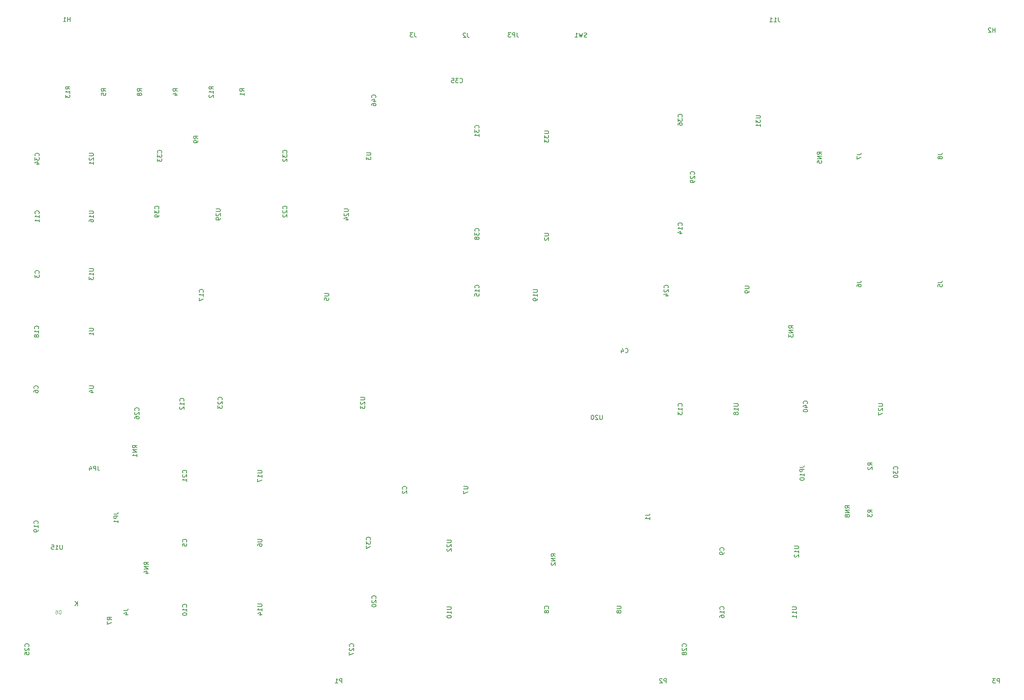
<source format=gbr>
%TF.GenerationSoftware,KiCad,Pcbnew,(6.0.11)*%
%TF.CreationDate,2025-04-26T17:57:21-05:00*%
%TF.ProjectId,processor.6502,70726f63-6573-4736-9f72-2e363530322e,v0.9*%
%TF.SameCoordinates,Original*%
%TF.FileFunction,Legend,Bot*%
%TF.FilePolarity,Positive*%
%FSLAX46Y46*%
G04 Gerber Fmt 4.6, Leading zero omitted, Abs format (unit mm)*
G04 Created by KiCad (PCBNEW (6.0.11)) date 2025-04-26 17:57:21*
%MOMM*%
%LPD*%
G01*
G04 APERTURE LIST*
%ADD10C,0.150000*%
%ADD11C,0.120000*%
G04 APERTURE END LIST*
D10*
%TO.C,P1*%
X112738095Y-226452380D02*
X112738095Y-225452380D01*
X112357142Y-225452380D01*
X112261904Y-225500000D01*
X112214285Y-225547619D01*
X112166666Y-225642857D01*
X112166666Y-225785714D01*
X112214285Y-225880952D01*
X112261904Y-225928571D01*
X112357142Y-225976190D01*
X112738095Y-225976190D01*
X111214285Y-226452380D02*
X111785714Y-226452380D01*
X111500000Y-226452380D02*
X111500000Y-225452380D01*
X111595238Y-225595238D01*
X111690476Y-225690476D01*
X111785714Y-225738095D01*
%TO.C,C2*%
X127432142Y-182208333D02*
X127479761Y-182160714D01*
X127527380Y-182017857D01*
X127527380Y-181922619D01*
X127479761Y-181779761D01*
X127384523Y-181684523D01*
X127289285Y-181636904D01*
X127098809Y-181589285D01*
X126955952Y-181589285D01*
X126765476Y-181636904D01*
X126670238Y-181684523D01*
X126575000Y-181779761D01*
X126527380Y-181922619D01*
X126527380Y-182017857D01*
X126575000Y-182160714D01*
X126622619Y-182208333D01*
X126622619Y-182589285D02*
X126575000Y-182636904D01*
X126527380Y-182732142D01*
X126527380Y-182970238D01*
X126575000Y-183065476D01*
X126622619Y-183113095D01*
X126717857Y-183160714D01*
X126813095Y-183160714D01*
X126955952Y-183113095D01*
X127527380Y-182541666D01*
X127527380Y-183160714D01*
%TO.C,C3*%
X43612142Y-132938333D02*
X43659761Y-132890714D01*
X43707380Y-132747857D01*
X43707380Y-132652619D01*
X43659761Y-132509761D01*
X43564523Y-132414523D01*
X43469285Y-132366904D01*
X43278809Y-132319285D01*
X43135952Y-132319285D01*
X42945476Y-132366904D01*
X42850238Y-132414523D01*
X42755000Y-132509761D01*
X42707380Y-132652619D01*
X42707380Y-132747857D01*
X42755000Y-132890714D01*
X42802619Y-132938333D01*
X42707380Y-133271666D02*
X42707380Y-133890714D01*
X43088333Y-133557380D01*
X43088333Y-133700238D01*
X43135952Y-133795476D01*
X43183571Y-133843095D01*
X43278809Y-133890714D01*
X43516904Y-133890714D01*
X43612142Y-133843095D01*
X43659761Y-133795476D01*
X43707380Y-133700238D01*
X43707380Y-133414523D01*
X43659761Y-133319285D01*
X43612142Y-133271666D01*
%TO.C,C4*%
X177366666Y-150982142D02*
X177414285Y-151029761D01*
X177557142Y-151077380D01*
X177652380Y-151077380D01*
X177795238Y-151029761D01*
X177890476Y-150934523D01*
X177938095Y-150839285D01*
X177985714Y-150648809D01*
X177985714Y-150505952D01*
X177938095Y-150315476D01*
X177890476Y-150220238D01*
X177795238Y-150125000D01*
X177652380Y-150077380D01*
X177557142Y-150077380D01*
X177414285Y-150125000D01*
X177366666Y-150172619D01*
X176509523Y-150410714D02*
X176509523Y-151077380D01*
X176747619Y-150029761D02*
X176985714Y-150744047D01*
X176366666Y-150744047D01*
%TO.C,C5*%
X77267142Y-194273333D02*
X77314761Y-194225714D01*
X77362380Y-194082857D01*
X77362380Y-193987619D01*
X77314761Y-193844761D01*
X77219523Y-193749523D01*
X77124285Y-193701904D01*
X76933809Y-193654285D01*
X76790952Y-193654285D01*
X76600476Y-193701904D01*
X76505238Y-193749523D01*
X76410000Y-193844761D01*
X76362380Y-193987619D01*
X76362380Y-194082857D01*
X76410000Y-194225714D01*
X76457619Y-194273333D01*
X76362380Y-195178095D02*
X76362380Y-194701904D01*
X76838571Y-194654285D01*
X76790952Y-194701904D01*
X76743333Y-194797142D01*
X76743333Y-195035238D01*
X76790952Y-195130476D01*
X76838571Y-195178095D01*
X76933809Y-195225714D01*
X77171904Y-195225714D01*
X77267142Y-195178095D01*
X77314761Y-195130476D01*
X77362380Y-195035238D01*
X77362380Y-194797142D01*
X77314761Y-194701904D01*
X77267142Y-194654285D01*
%TO.C,C6*%
X43357142Y-159233333D02*
X43404761Y-159185714D01*
X43452380Y-159042857D01*
X43452380Y-158947619D01*
X43404761Y-158804761D01*
X43309523Y-158709523D01*
X43214285Y-158661904D01*
X43023809Y-158614285D01*
X42880952Y-158614285D01*
X42690476Y-158661904D01*
X42595238Y-158709523D01*
X42500000Y-158804761D01*
X42452380Y-158947619D01*
X42452380Y-159042857D01*
X42500000Y-159185714D01*
X42547619Y-159233333D01*
X42452380Y-160090476D02*
X42452380Y-159900000D01*
X42500000Y-159804761D01*
X42547619Y-159757142D01*
X42690476Y-159661904D01*
X42880952Y-159614285D01*
X43261904Y-159614285D01*
X43357142Y-159661904D01*
X43404761Y-159709523D01*
X43452380Y-159804761D01*
X43452380Y-159995238D01*
X43404761Y-160090476D01*
X43357142Y-160138095D01*
X43261904Y-160185714D01*
X43023809Y-160185714D01*
X42928571Y-160138095D01*
X42880952Y-160090476D01*
X42833333Y-159995238D01*
X42833333Y-159804761D01*
X42880952Y-159709523D01*
X42928571Y-159661904D01*
X43023809Y-159614285D01*
%TO.C,C8*%
X159817142Y-209513333D02*
X159864761Y-209465714D01*
X159912380Y-209322857D01*
X159912380Y-209227619D01*
X159864761Y-209084761D01*
X159769523Y-208989523D01*
X159674285Y-208941904D01*
X159483809Y-208894285D01*
X159340952Y-208894285D01*
X159150476Y-208941904D01*
X159055238Y-208989523D01*
X158960000Y-209084761D01*
X158912380Y-209227619D01*
X158912380Y-209322857D01*
X158960000Y-209465714D01*
X159007619Y-209513333D01*
X159340952Y-210084761D02*
X159293333Y-209989523D01*
X159245714Y-209941904D01*
X159150476Y-209894285D01*
X159102857Y-209894285D01*
X159007619Y-209941904D01*
X158960000Y-209989523D01*
X158912380Y-210084761D01*
X158912380Y-210275238D01*
X158960000Y-210370476D01*
X159007619Y-210418095D01*
X159102857Y-210465714D01*
X159150476Y-210465714D01*
X159245714Y-210418095D01*
X159293333Y-210370476D01*
X159340952Y-210275238D01*
X159340952Y-210084761D01*
X159388571Y-209989523D01*
X159436190Y-209941904D01*
X159531428Y-209894285D01*
X159721904Y-209894285D01*
X159817142Y-209941904D01*
X159864761Y-209989523D01*
X159912380Y-210084761D01*
X159912380Y-210275238D01*
X159864761Y-210370476D01*
X159817142Y-210418095D01*
X159721904Y-210465714D01*
X159531428Y-210465714D01*
X159436190Y-210418095D01*
X159388571Y-210370476D01*
X159340952Y-210275238D01*
%TO.C,C9*%
X199822142Y-196178333D02*
X199869761Y-196130714D01*
X199917380Y-195987857D01*
X199917380Y-195892619D01*
X199869761Y-195749761D01*
X199774523Y-195654523D01*
X199679285Y-195606904D01*
X199488809Y-195559285D01*
X199345952Y-195559285D01*
X199155476Y-195606904D01*
X199060238Y-195654523D01*
X198965000Y-195749761D01*
X198917380Y-195892619D01*
X198917380Y-195987857D01*
X198965000Y-196130714D01*
X199012619Y-196178333D01*
X199917380Y-196654523D02*
X199917380Y-196845000D01*
X199869761Y-196940238D01*
X199822142Y-196987857D01*
X199679285Y-197083095D01*
X199488809Y-197130714D01*
X199107857Y-197130714D01*
X199012619Y-197083095D01*
X198965000Y-197035476D01*
X198917380Y-196940238D01*
X198917380Y-196749761D01*
X198965000Y-196654523D01*
X199012619Y-196606904D01*
X199107857Y-196559285D01*
X199345952Y-196559285D01*
X199441190Y-196606904D01*
X199488809Y-196654523D01*
X199536428Y-196749761D01*
X199536428Y-196940238D01*
X199488809Y-197035476D01*
X199441190Y-197083095D01*
X199345952Y-197130714D01*
%TO.C,C10*%
X77267142Y-209127142D02*
X77314761Y-209079523D01*
X77362380Y-208936666D01*
X77362380Y-208841428D01*
X77314761Y-208698571D01*
X77219523Y-208603333D01*
X77124285Y-208555714D01*
X76933809Y-208508095D01*
X76790952Y-208508095D01*
X76600476Y-208555714D01*
X76505238Y-208603333D01*
X76410000Y-208698571D01*
X76362380Y-208841428D01*
X76362380Y-208936666D01*
X76410000Y-209079523D01*
X76457619Y-209127142D01*
X77362380Y-210079523D02*
X77362380Y-209508095D01*
X77362380Y-209793809D02*
X76362380Y-209793809D01*
X76505238Y-209698571D01*
X76600476Y-209603333D01*
X76648095Y-209508095D01*
X76362380Y-210698571D02*
X76362380Y-210793809D01*
X76410000Y-210889047D01*
X76457619Y-210936666D01*
X76552857Y-210984285D01*
X76743333Y-211031904D01*
X76981428Y-211031904D01*
X77171904Y-210984285D01*
X77267142Y-210936666D01*
X77314761Y-210889047D01*
X77362380Y-210793809D01*
X77362380Y-210698571D01*
X77314761Y-210603333D01*
X77267142Y-210555714D01*
X77171904Y-210508095D01*
X76981428Y-210460476D01*
X76743333Y-210460476D01*
X76552857Y-210508095D01*
X76457619Y-210555714D01*
X76410000Y-210603333D01*
X76362380Y-210698571D01*
%TO.C,C11*%
X43612142Y-119314642D02*
X43659761Y-119267023D01*
X43707380Y-119124166D01*
X43707380Y-119028928D01*
X43659761Y-118886071D01*
X43564523Y-118790833D01*
X43469285Y-118743214D01*
X43278809Y-118695595D01*
X43135952Y-118695595D01*
X42945476Y-118743214D01*
X42850238Y-118790833D01*
X42755000Y-118886071D01*
X42707380Y-119028928D01*
X42707380Y-119124166D01*
X42755000Y-119267023D01*
X42802619Y-119314642D01*
X43707380Y-120267023D02*
X43707380Y-119695595D01*
X43707380Y-119981309D02*
X42707380Y-119981309D01*
X42850238Y-119886071D01*
X42945476Y-119790833D01*
X42993095Y-119695595D01*
X43707380Y-121219404D02*
X43707380Y-120647976D01*
X43707380Y-120933690D02*
X42707380Y-120933690D01*
X42850238Y-120838452D01*
X42945476Y-120743214D01*
X42993095Y-120647976D01*
%TO.C,C14*%
X190297142Y-122042142D02*
X190344761Y-121994523D01*
X190392380Y-121851666D01*
X190392380Y-121756428D01*
X190344761Y-121613571D01*
X190249523Y-121518333D01*
X190154285Y-121470714D01*
X189963809Y-121423095D01*
X189820952Y-121423095D01*
X189630476Y-121470714D01*
X189535238Y-121518333D01*
X189440000Y-121613571D01*
X189392380Y-121756428D01*
X189392380Y-121851666D01*
X189440000Y-121994523D01*
X189487619Y-122042142D01*
X190392380Y-122994523D02*
X190392380Y-122423095D01*
X190392380Y-122708809D02*
X189392380Y-122708809D01*
X189535238Y-122613571D01*
X189630476Y-122518333D01*
X189678095Y-122423095D01*
X189725714Y-123851666D02*
X190392380Y-123851666D01*
X189344761Y-123613571D02*
X190059047Y-123375476D01*
X190059047Y-123994523D01*
%TO.C,C15*%
X143957142Y-136257142D02*
X144004761Y-136209523D01*
X144052380Y-136066666D01*
X144052380Y-135971428D01*
X144004761Y-135828571D01*
X143909523Y-135733333D01*
X143814285Y-135685714D01*
X143623809Y-135638095D01*
X143480952Y-135638095D01*
X143290476Y-135685714D01*
X143195238Y-135733333D01*
X143100000Y-135828571D01*
X143052380Y-135971428D01*
X143052380Y-136066666D01*
X143100000Y-136209523D01*
X143147619Y-136257142D01*
X144052380Y-137209523D02*
X144052380Y-136638095D01*
X144052380Y-136923809D02*
X143052380Y-136923809D01*
X143195238Y-136828571D01*
X143290476Y-136733333D01*
X143338095Y-136638095D01*
X143052380Y-138114285D02*
X143052380Y-137638095D01*
X143528571Y-137590476D01*
X143480952Y-137638095D01*
X143433333Y-137733333D01*
X143433333Y-137971428D01*
X143480952Y-138066666D01*
X143528571Y-138114285D01*
X143623809Y-138161904D01*
X143861904Y-138161904D01*
X143957142Y-138114285D01*
X144004761Y-138066666D01*
X144052380Y-137971428D01*
X144052380Y-137733333D01*
X144004761Y-137638095D01*
X143957142Y-137590476D01*
%TO.C,C25*%
X41286742Y-218107142D02*
X41334361Y-218059523D01*
X41381980Y-217916666D01*
X41381980Y-217821428D01*
X41334361Y-217678571D01*
X41239123Y-217583333D01*
X41143885Y-217535714D01*
X40953409Y-217488095D01*
X40810552Y-217488095D01*
X40620076Y-217535714D01*
X40524838Y-217583333D01*
X40429600Y-217678571D01*
X40381980Y-217821428D01*
X40381980Y-217916666D01*
X40429600Y-218059523D01*
X40477219Y-218107142D01*
X40477219Y-218488095D02*
X40429600Y-218535714D01*
X40381980Y-218630952D01*
X40381980Y-218869047D01*
X40429600Y-218964285D01*
X40477219Y-219011904D01*
X40572457Y-219059523D01*
X40667695Y-219059523D01*
X40810552Y-219011904D01*
X41381980Y-218440476D01*
X41381980Y-219059523D01*
X40381980Y-219964285D02*
X40381980Y-219488095D01*
X40858171Y-219440476D01*
X40810552Y-219488095D01*
X40762933Y-219583333D01*
X40762933Y-219821428D01*
X40810552Y-219916666D01*
X40858171Y-219964285D01*
X40953409Y-220011904D01*
X41191504Y-220011904D01*
X41286742Y-219964285D01*
X41334361Y-219916666D01*
X41381980Y-219821428D01*
X41381980Y-219583333D01*
X41334361Y-219488095D01*
X41286742Y-219440476D01*
%TO.C,C26*%
X66377042Y-164257142D02*
X66424661Y-164209523D01*
X66472280Y-164066666D01*
X66472280Y-163971428D01*
X66424661Y-163828571D01*
X66329423Y-163733333D01*
X66234185Y-163685714D01*
X66043709Y-163638095D01*
X65900852Y-163638095D01*
X65710376Y-163685714D01*
X65615138Y-163733333D01*
X65519900Y-163828571D01*
X65472280Y-163971428D01*
X65472280Y-164066666D01*
X65519900Y-164209523D01*
X65567519Y-164257142D01*
X65567519Y-164638095D02*
X65519900Y-164685714D01*
X65472280Y-164780952D01*
X65472280Y-165019047D01*
X65519900Y-165114285D01*
X65567519Y-165161904D01*
X65662757Y-165209523D01*
X65757995Y-165209523D01*
X65900852Y-165161904D01*
X66472280Y-164590476D01*
X66472280Y-165209523D01*
X65472280Y-166066666D02*
X65472280Y-165876190D01*
X65519900Y-165780952D01*
X65567519Y-165733333D01*
X65710376Y-165638095D01*
X65900852Y-165590476D01*
X66281804Y-165590476D01*
X66377042Y-165638095D01*
X66424661Y-165685714D01*
X66472280Y-165780952D01*
X66472280Y-165971428D01*
X66424661Y-166066666D01*
X66377042Y-166114285D01*
X66281804Y-166161904D01*
X66043709Y-166161904D01*
X65948471Y-166114285D01*
X65900852Y-166066666D01*
X65853233Y-165971428D01*
X65853233Y-165780952D01*
X65900852Y-165685714D01*
X65948471Y-165638095D01*
X66043709Y-165590476D01*
%TO.C,C17*%
X81077142Y-137247142D02*
X81124761Y-137199523D01*
X81172380Y-137056666D01*
X81172380Y-136961428D01*
X81124761Y-136818571D01*
X81029523Y-136723333D01*
X80934285Y-136675714D01*
X80743809Y-136628095D01*
X80600952Y-136628095D01*
X80410476Y-136675714D01*
X80315238Y-136723333D01*
X80220000Y-136818571D01*
X80172380Y-136961428D01*
X80172380Y-137056666D01*
X80220000Y-137199523D01*
X80267619Y-137247142D01*
X81172380Y-138199523D02*
X81172380Y-137628095D01*
X81172380Y-137913809D02*
X80172380Y-137913809D01*
X80315238Y-137818571D01*
X80410476Y-137723333D01*
X80458095Y-137628095D01*
X80172380Y-138532857D02*
X80172380Y-139199523D01*
X81172380Y-138770952D01*
%TO.C,C20*%
X120447142Y-207172142D02*
X120494761Y-207124523D01*
X120542380Y-206981666D01*
X120542380Y-206886428D01*
X120494761Y-206743571D01*
X120399523Y-206648333D01*
X120304285Y-206600714D01*
X120113809Y-206553095D01*
X119970952Y-206553095D01*
X119780476Y-206600714D01*
X119685238Y-206648333D01*
X119590000Y-206743571D01*
X119542380Y-206886428D01*
X119542380Y-206981666D01*
X119590000Y-207124523D01*
X119637619Y-207172142D01*
X119637619Y-207553095D02*
X119590000Y-207600714D01*
X119542380Y-207695952D01*
X119542380Y-207934047D01*
X119590000Y-208029285D01*
X119637619Y-208076904D01*
X119732857Y-208124523D01*
X119828095Y-208124523D01*
X119970952Y-208076904D01*
X120542380Y-207505476D01*
X120542380Y-208124523D01*
X119542380Y-208743571D02*
X119542380Y-208838809D01*
X119590000Y-208934047D01*
X119637619Y-208981666D01*
X119732857Y-209029285D01*
X119923333Y-209076904D01*
X120161428Y-209076904D01*
X120351904Y-209029285D01*
X120447142Y-208981666D01*
X120494761Y-208934047D01*
X120542380Y-208838809D01*
X120542380Y-208743571D01*
X120494761Y-208648333D01*
X120447142Y-208600714D01*
X120351904Y-208553095D01*
X120161428Y-208505476D01*
X119923333Y-208505476D01*
X119732857Y-208553095D01*
X119637619Y-208600714D01*
X119590000Y-208648333D01*
X119542380Y-208743571D01*
%TO.C,C21*%
X77267142Y-178517142D02*
X77314761Y-178469523D01*
X77362380Y-178326666D01*
X77362380Y-178231428D01*
X77314761Y-178088571D01*
X77219523Y-177993333D01*
X77124285Y-177945714D01*
X76933809Y-177898095D01*
X76790952Y-177898095D01*
X76600476Y-177945714D01*
X76505238Y-177993333D01*
X76410000Y-178088571D01*
X76362380Y-178231428D01*
X76362380Y-178326666D01*
X76410000Y-178469523D01*
X76457619Y-178517142D01*
X76457619Y-178898095D02*
X76410000Y-178945714D01*
X76362380Y-179040952D01*
X76362380Y-179279047D01*
X76410000Y-179374285D01*
X76457619Y-179421904D01*
X76552857Y-179469523D01*
X76648095Y-179469523D01*
X76790952Y-179421904D01*
X77362380Y-178850476D01*
X77362380Y-179469523D01*
X77362380Y-180421904D02*
X77362380Y-179850476D01*
X77362380Y-180136190D02*
X76362380Y-180136190D01*
X76505238Y-180040952D01*
X76600476Y-179945714D01*
X76648095Y-179850476D01*
%TO.C,C22*%
X100127142Y-118232142D02*
X100174761Y-118184523D01*
X100222380Y-118041666D01*
X100222380Y-117946428D01*
X100174761Y-117803571D01*
X100079523Y-117708333D01*
X99984285Y-117660714D01*
X99793809Y-117613095D01*
X99650952Y-117613095D01*
X99460476Y-117660714D01*
X99365238Y-117708333D01*
X99270000Y-117803571D01*
X99222380Y-117946428D01*
X99222380Y-118041666D01*
X99270000Y-118184523D01*
X99317619Y-118232142D01*
X99317619Y-118613095D02*
X99270000Y-118660714D01*
X99222380Y-118755952D01*
X99222380Y-118994047D01*
X99270000Y-119089285D01*
X99317619Y-119136904D01*
X99412857Y-119184523D01*
X99508095Y-119184523D01*
X99650952Y-119136904D01*
X100222380Y-118565476D01*
X100222380Y-119184523D01*
X99317619Y-119565476D02*
X99270000Y-119613095D01*
X99222380Y-119708333D01*
X99222380Y-119946428D01*
X99270000Y-120041666D01*
X99317619Y-120089285D01*
X99412857Y-120136904D01*
X99508095Y-120136904D01*
X99650952Y-120089285D01*
X100222380Y-119517857D01*
X100222380Y-120136904D01*
%TO.C,C23*%
X85357142Y-161857142D02*
X85404761Y-161809523D01*
X85452380Y-161666666D01*
X85452380Y-161571428D01*
X85404761Y-161428571D01*
X85309523Y-161333333D01*
X85214285Y-161285714D01*
X85023809Y-161238095D01*
X84880952Y-161238095D01*
X84690476Y-161285714D01*
X84595238Y-161333333D01*
X84500000Y-161428571D01*
X84452380Y-161571428D01*
X84452380Y-161666666D01*
X84500000Y-161809523D01*
X84547619Y-161857142D01*
X84547619Y-162238095D02*
X84500000Y-162285714D01*
X84452380Y-162380952D01*
X84452380Y-162619047D01*
X84500000Y-162714285D01*
X84547619Y-162761904D01*
X84642857Y-162809523D01*
X84738095Y-162809523D01*
X84880952Y-162761904D01*
X85452380Y-162190476D01*
X85452380Y-162809523D01*
X84452380Y-163142857D02*
X84452380Y-163761904D01*
X84833333Y-163428571D01*
X84833333Y-163571428D01*
X84880952Y-163666666D01*
X84928571Y-163714285D01*
X85023809Y-163761904D01*
X85261904Y-163761904D01*
X85357142Y-163714285D01*
X85404761Y-163666666D01*
X85452380Y-163571428D01*
X85452380Y-163285714D01*
X85404761Y-163190476D01*
X85357142Y-163142857D01*
%TO.C,C27*%
X115357142Y-218107142D02*
X115404761Y-218059523D01*
X115452380Y-217916666D01*
X115452380Y-217821428D01*
X115404761Y-217678571D01*
X115309523Y-217583333D01*
X115214285Y-217535714D01*
X115023809Y-217488095D01*
X114880952Y-217488095D01*
X114690476Y-217535714D01*
X114595238Y-217583333D01*
X114500000Y-217678571D01*
X114452380Y-217821428D01*
X114452380Y-217916666D01*
X114500000Y-218059523D01*
X114547619Y-218107142D01*
X114547619Y-218488095D02*
X114500000Y-218535714D01*
X114452380Y-218630952D01*
X114452380Y-218869047D01*
X114500000Y-218964285D01*
X114547619Y-219011904D01*
X114642857Y-219059523D01*
X114738095Y-219059523D01*
X114880952Y-219011904D01*
X115452380Y-218440476D01*
X115452380Y-219059523D01*
X114452380Y-219392857D02*
X114452380Y-220059523D01*
X115452380Y-219630952D01*
%TO.C,C28*%
X191241842Y-218107142D02*
X191289461Y-218059523D01*
X191337080Y-217916666D01*
X191337080Y-217821428D01*
X191289461Y-217678571D01*
X191194223Y-217583333D01*
X191098985Y-217535714D01*
X190908509Y-217488095D01*
X190765652Y-217488095D01*
X190575176Y-217535714D01*
X190479938Y-217583333D01*
X190384700Y-217678571D01*
X190337080Y-217821428D01*
X190337080Y-217916666D01*
X190384700Y-218059523D01*
X190432319Y-218107142D01*
X190432319Y-218488095D02*
X190384700Y-218535714D01*
X190337080Y-218630952D01*
X190337080Y-218869047D01*
X190384700Y-218964285D01*
X190432319Y-219011904D01*
X190527557Y-219059523D01*
X190622795Y-219059523D01*
X190765652Y-219011904D01*
X191337080Y-218440476D01*
X191337080Y-219059523D01*
X190765652Y-219630952D02*
X190718033Y-219535714D01*
X190670414Y-219488095D01*
X190575176Y-219440476D01*
X190527557Y-219440476D01*
X190432319Y-219488095D01*
X190384700Y-219535714D01*
X190337080Y-219630952D01*
X190337080Y-219821428D01*
X190384700Y-219916666D01*
X190432319Y-219964285D01*
X190527557Y-220011904D01*
X190575176Y-220011904D01*
X190670414Y-219964285D01*
X190718033Y-219916666D01*
X190765652Y-219821428D01*
X190765652Y-219630952D01*
X190813271Y-219535714D01*
X190860890Y-219488095D01*
X190956128Y-219440476D01*
X191146604Y-219440476D01*
X191241842Y-219488095D01*
X191289461Y-219535714D01*
X191337080Y-219630952D01*
X191337080Y-219821428D01*
X191289461Y-219916666D01*
X191241842Y-219964285D01*
X191146604Y-220011904D01*
X190956128Y-220011904D01*
X190860890Y-219964285D01*
X190813271Y-219916666D01*
X190765652Y-219821428D01*
%TO.C,C29*%
X193107154Y-110357142D02*
X193154773Y-110309523D01*
X193202392Y-110166666D01*
X193202392Y-110071428D01*
X193154773Y-109928571D01*
X193059535Y-109833333D01*
X192964297Y-109785714D01*
X192773821Y-109738095D01*
X192630964Y-109738095D01*
X192440488Y-109785714D01*
X192345250Y-109833333D01*
X192250012Y-109928571D01*
X192202392Y-110071428D01*
X192202392Y-110166666D01*
X192250012Y-110309523D01*
X192297631Y-110357142D01*
X192297631Y-110738095D02*
X192250012Y-110785714D01*
X192202392Y-110880952D01*
X192202392Y-111119047D01*
X192250012Y-111214285D01*
X192297631Y-111261904D01*
X192392869Y-111309523D01*
X192488107Y-111309523D01*
X192630964Y-111261904D01*
X193202392Y-110690476D01*
X193202392Y-111309523D01*
X193202392Y-111785714D02*
X193202392Y-111976190D01*
X193154773Y-112071428D01*
X193107154Y-112119047D01*
X192964297Y-112214285D01*
X192773821Y-112261904D01*
X192392869Y-112261904D01*
X192297631Y-112214285D01*
X192250012Y-112166666D01*
X192202392Y-112071428D01*
X192202392Y-111880952D01*
X192250012Y-111785714D01*
X192297631Y-111738095D01*
X192392869Y-111690476D01*
X192630964Y-111690476D01*
X192726202Y-111738095D01*
X192773821Y-111785714D01*
X192821440Y-111880952D01*
X192821440Y-112071428D01*
X192773821Y-112166666D01*
X192726202Y-112214285D01*
X192630964Y-112261904D01*
D11*
%TO.C,D6*%
X48625476Y-210676904D02*
X48625476Y-209876904D01*
X48435000Y-209876904D01*
X48320714Y-209915000D01*
X48244523Y-209991190D01*
X48206428Y-210067380D01*
X48168333Y-210219761D01*
X48168333Y-210334047D01*
X48206428Y-210486428D01*
X48244523Y-210562619D01*
X48320714Y-210638809D01*
X48435000Y-210676904D01*
X48625476Y-210676904D01*
X47482619Y-209876904D02*
X47635000Y-209876904D01*
X47711190Y-209915000D01*
X47749285Y-209953095D01*
X47825476Y-210067380D01*
X47863571Y-210219761D01*
X47863571Y-210524523D01*
X47825476Y-210600714D01*
X47787380Y-210638809D01*
X47711190Y-210676904D01*
X47558809Y-210676904D01*
X47482619Y-210638809D01*
X47444523Y-210600714D01*
X47406428Y-210524523D01*
X47406428Y-210334047D01*
X47444523Y-210257857D01*
X47482619Y-210219761D01*
X47558809Y-210181666D01*
X47711190Y-210181666D01*
X47787380Y-210219761D01*
X47825476Y-210257857D01*
X47863571Y-210334047D01*
D10*
X52406904Y-208812380D02*
X52406904Y-207812380D01*
X51835476Y-208812380D02*
X52264047Y-208240952D01*
X51835476Y-207812380D02*
X52406904Y-208383809D01*
%TO.C,R5*%
X58872380Y-91403333D02*
X58396190Y-91070000D01*
X58872380Y-90831904D02*
X57872380Y-90831904D01*
X57872380Y-91212857D01*
X57920000Y-91308095D01*
X57967619Y-91355714D01*
X58062857Y-91403333D01*
X58205714Y-91403333D01*
X58300952Y-91355714D01*
X58348571Y-91308095D01*
X58396190Y-91212857D01*
X58396190Y-90831904D01*
X57872380Y-92308095D02*
X57872380Y-91831904D01*
X58348571Y-91784285D01*
X58300952Y-91831904D01*
X58253333Y-91927142D01*
X58253333Y-92165238D01*
X58300952Y-92260476D01*
X58348571Y-92308095D01*
X58443809Y-92355714D01*
X58681904Y-92355714D01*
X58777142Y-92308095D01*
X58824761Y-92260476D01*
X58872380Y-92165238D01*
X58872380Y-91927142D01*
X58824761Y-91831904D01*
X58777142Y-91784285D01*
%TO.C,U4*%
X55072380Y-158628095D02*
X55881904Y-158628095D01*
X55977142Y-158675714D01*
X56024761Y-158723333D01*
X56072380Y-158818571D01*
X56072380Y-159009047D01*
X56024761Y-159104285D01*
X55977142Y-159151904D01*
X55881904Y-159199523D01*
X55072380Y-159199523D01*
X55405714Y-160104285D02*
X56072380Y-160104285D01*
X55024761Y-159866190D02*
X55739047Y-159628095D01*
X55739047Y-160247142D01*
%TO.C,U5*%
X108747380Y-137543095D02*
X109556904Y-137543095D01*
X109652142Y-137590714D01*
X109699761Y-137638333D01*
X109747380Y-137733571D01*
X109747380Y-137924047D01*
X109699761Y-138019285D01*
X109652142Y-138066904D01*
X109556904Y-138114523D01*
X108747380Y-138114523D01*
X108747380Y-139066904D02*
X108747380Y-138590714D01*
X109223571Y-138543095D01*
X109175952Y-138590714D01*
X109128333Y-138685952D01*
X109128333Y-138924047D01*
X109175952Y-139019285D01*
X109223571Y-139066904D01*
X109318809Y-139114523D01*
X109556904Y-139114523D01*
X109652142Y-139066904D01*
X109699761Y-139019285D01*
X109747380Y-138924047D01*
X109747380Y-138685952D01*
X109699761Y-138590714D01*
X109652142Y-138543095D01*
%TO.C,U6*%
X93512380Y-193668095D02*
X94321904Y-193668095D01*
X94417142Y-193715714D01*
X94464761Y-193763333D01*
X94512380Y-193858571D01*
X94512380Y-194049047D01*
X94464761Y-194144285D01*
X94417142Y-194191904D01*
X94321904Y-194239523D01*
X93512380Y-194239523D01*
X93512380Y-195144285D02*
X93512380Y-194953809D01*
X93560000Y-194858571D01*
X93607619Y-194810952D01*
X93750476Y-194715714D01*
X93940952Y-194668095D01*
X94321904Y-194668095D01*
X94417142Y-194715714D01*
X94464761Y-194763333D01*
X94512380Y-194858571D01*
X94512380Y-195049047D01*
X94464761Y-195144285D01*
X94417142Y-195191904D01*
X94321904Y-195239523D01*
X94083809Y-195239523D01*
X93988571Y-195191904D01*
X93940952Y-195144285D01*
X93893333Y-195049047D01*
X93893333Y-194858571D01*
X93940952Y-194763333D01*
X93988571Y-194715714D01*
X94083809Y-194668095D01*
%TO.C,U8*%
X175422380Y-208908095D02*
X176231904Y-208908095D01*
X176327142Y-208955714D01*
X176374761Y-209003333D01*
X176422380Y-209098571D01*
X176422380Y-209289047D01*
X176374761Y-209384285D01*
X176327142Y-209431904D01*
X176231904Y-209479523D01*
X175422380Y-209479523D01*
X175850952Y-210098571D02*
X175803333Y-210003333D01*
X175755714Y-209955714D01*
X175660476Y-209908095D01*
X175612857Y-209908095D01*
X175517619Y-209955714D01*
X175470000Y-210003333D01*
X175422380Y-210098571D01*
X175422380Y-210289047D01*
X175470000Y-210384285D01*
X175517619Y-210431904D01*
X175612857Y-210479523D01*
X175660476Y-210479523D01*
X175755714Y-210431904D01*
X175803333Y-210384285D01*
X175850952Y-210289047D01*
X175850952Y-210098571D01*
X175898571Y-210003333D01*
X175946190Y-209955714D01*
X176041428Y-209908095D01*
X176231904Y-209908095D01*
X176327142Y-209955714D01*
X176374761Y-210003333D01*
X176422380Y-210098571D01*
X176422380Y-210289047D01*
X176374761Y-210384285D01*
X176327142Y-210431904D01*
X176231904Y-210479523D01*
X176041428Y-210479523D01*
X175946190Y-210431904D01*
X175898571Y-210384285D01*
X175850952Y-210289047D01*
%TO.C,U15*%
X48988095Y-194952380D02*
X48988095Y-195761904D01*
X48940476Y-195857142D01*
X48892857Y-195904761D01*
X48797619Y-195952380D01*
X48607142Y-195952380D01*
X48511904Y-195904761D01*
X48464285Y-195857142D01*
X48416666Y-195761904D01*
X48416666Y-194952380D01*
X47416666Y-195952380D02*
X47988095Y-195952380D01*
X47702380Y-195952380D02*
X47702380Y-194952380D01*
X47797619Y-195095238D01*
X47892857Y-195190476D01*
X47988095Y-195238095D01*
X46511904Y-194952380D02*
X46988095Y-194952380D01*
X47035714Y-195428571D01*
X46988095Y-195380952D01*
X46892857Y-195333333D01*
X46654761Y-195333333D01*
X46559523Y-195380952D01*
X46511904Y-195428571D01*
X46464285Y-195523809D01*
X46464285Y-195761904D01*
X46511904Y-195857142D01*
X46559523Y-195904761D01*
X46654761Y-195952380D01*
X46892857Y-195952380D01*
X46988095Y-195904761D01*
X47035714Y-195857142D01*
%TO.C,U1*%
X55072380Y-145480595D02*
X55881904Y-145480595D01*
X55977142Y-145528214D01*
X56024761Y-145575833D01*
X56072380Y-145671071D01*
X56072380Y-145861547D01*
X56024761Y-145956785D01*
X55977142Y-146004404D01*
X55881904Y-146052023D01*
X55072380Y-146052023D01*
X56072380Y-147052023D02*
X56072380Y-146480595D01*
X56072380Y-146766309D02*
X55072380Y-146766309D01*
X55215238Y-146671071D01*
X55310476Y-146575833D01*
X55358095Y-146480595D01*
%TO.C,P2*%
X186738095Y-226452380D02*
X186738095Y-225452380D01*
X186357142Y-225452380D01*
X186261904Y-225500000D01*
X186214285Y-225547619D01*
X186166666Y-225642857D01*
X186166666Y-225785714D01*
X186214285Y-225880952D01*
X186261904Y-225928571D01*
X186357142Y-225976190D01*
X186738095Y-225976190D01*
X185785714Y-225547619D02*
X185738095Y-225500000D01*
X185642857Y-225452380D01*
X185404761Y-225452380D01*
X185309523Y-225500000D01*
X185261904Y-225547619D01*
X185214285Y-225642857D01*
X185214285Y-225738095D01*
X185261904Y-225880952D01*
X185833333Y-226452380D01*
X185214285Y-226452380D01*
%TO.C,H2*%
X261761904Y-77952380D02*
X261761904Y-76952380D01*
X261761904Y-77428571D02*
X261190476Y-77428571D01*
X261190476Y-77952380D02*
X261190476Y-76952380D01*
X260761904Y-77047619D02*
X260714285Y-77000000D01*
X260619047Y-76952380D01*
X260380952Y-76952380D01*
X260285714Y-77000000D01*
X260238095Y-77047619D01*
X260190476Y-77142857D01*
X260190476Y-77238095D01*
X260238095Y-77380952D01*
X260809523Y-77952380D01*
X260190476Y-77952380D01*
%TO.C,RN1*%
X65997380Y-172794523D02*
X65521190Y-172461190D01*
X65997380Y-172223095D02*
X64997380Y-172223095D01*
X64997380Y-172604047D01*
X65045000Y-172699285D01*
X65092619Y-172746904D01*
X65187857Y-172794523D01*
X65330714Y-172794523D01*
X65425952Y-172746904D01*
X65473571Y-172699285D01*
X65521190Y-172604047D01*
X65521190Y-172223095D01*
X65997380Y-173223095D02*
X64997380Y-173223095D01*
X65997380Y-173794523D01*
X64997380Y-173794523D01*
X65997380Y-174794523D02*
X65997380Y-174223095D01*
X65997380Y-174508809D02*
X64997380Y-174508809D01*
X65140238Y-174413571D01*
X65235476Y-174318333D01*
X65283095Y-174223095D01*
%TO.C,U11*%
X215432380Y-209066904D02*
X216241904Y-209066904D01*
X216337142Y-209114523D01*
X216384761Y-209162142D01*
X216432380Y-209257380D01*
X216432380Y-209447857D01*
X216384761Y-209543095D01*
X216337142Y-209590714D01*
X216241904Y-209638333D01*
X215432380Y-209638333D01*
X216432380Y-210638333D02*
X216432380Y-210066904D01*
X216432380Y-210352619D02*
X215432380Y-210352619D01*
X215575238Y-210257380D01*
X215670476Y-210162142D01*
X215718095Y-210066904D01*
X216432380Y-211590714D02*
X216432380Y-211019285D01*
X216432380Y-211305000D02*
X215432380Y-211305000D01*
X215575238Y-211209761D01*
X215670476Y-211114523D01*
X215718095Y-211019285D01*
%TO.C,C19*%
X43357142Y-190057142D02*
X43404761Y-190009523D01*
X43452380Y-189866666D01*
X43452380Y-189771428D01*
X43404761Y-189628571D01*
X43309523Y-189533333D01*
X43214285Y-189485714D01*
X43023809Y-189438095D01*
X42880952Y-189438095D01*
X42690476Y-189485714D01*
X42595238Y-189533333D01*
X42500000Y-189628571D01*
X42452380Y-189771428D01*
X42452380Y-189866666D01*
X42500000Y-190009523D01*
X42547619Y-190057142D01*
X43452380Y-191009523D02*
X43452380Y-190438095D01*
X43452380Y-190723809D02*
X42452380Y-190723809D01*
X42595238Y-190628571D01*
X42690476Y-190533333D01*
X42738095Y-190438095D01*
X43452380Y-191485714D02*
X43452380Y-191676190D01*
X43404761Y-191771428D01*
X43357142Y-191819047D01*
X43214285Y-191914285D01*
X43023809Y-191961904D01*
X42642857Y-191961904D01*
X42547619Y-191914285D01*
X42500000Y-191866666D01*
X42452380Y-191771428D01*
X42452380Y-191580952D01*
X42500000Y-191485714D01*
X42547619Y-191438095D01*
X42642857Y-191390476D01*
X42880952Y-191390476D01*
X42976190Y-191438095D01*
X43023809Y-191485714D01*
X43071428Y-191580952D01*
X43071428Y-191771428D01*
X43023809Y-191866666D01*
X42976190Y-191914285D01*
X42880952Y-191961904D01*
%TO.C,C18*%
X43482142Y-145609642D02*
X43529761Y-145562023D01*
X43577380Y-145419166D01*
X43577380Y-145323928D01*
X43529761Y-145181071D01*
X43434523Y-145085833D01*
X43339285Y-145038214D01*
X43148809Y-144990595D01*
X43005952Y-144990595D01*
X42815476Y-145038214D01*
X42720238Y-145085833D01*
X42625000Y-145181071D01*
X42577380Y-145323928D01*
X42577380Y-145419166D01*
X42625000Y-145562023D01*
X42672619Y-145609642D01*
X43577380Y-146562023D02*
X43577380Y-145990595D01*
X43577380Y-146276309D02*
X42577380Y-146276309D01*
X42720238Y-146181071D01*
X42815476Y-146085833D01*
X42863095Y-145990595D01*
X43005952Y-147133452D02*
X42958333Y-147038214D01*
X42910714Y-146990595D01*
X42815476Y-146942976D01*
X42767857Y-146942976D01*
X42672619Y-146990595D01*
X42625000Y-147038214D01*
X42577380Y-147133452D01*
X42577380Y-147323928D01*
X42625000Y-147419166D01*
X42672619Y-147466785D01*
X42767857Y-147514404D01*
X42815476Y-147514404D01*
X42910714Y-147466785D01*
X42958333Y-147419166D01*
X43005952Y-147323928D01*
X43005952Y-147133452D01*
X43053571Y-147038214D01*
X43101190Y-146990595D01*
X43196428Y-146942976D01*
X43386904Y-146942976D01*
X43482142Y-146990595D01*
X43529761Y-147038214D01*
X43577380Y-147133452D01*
X43577380Y-147323928D01*
X43529761Y-147419166D01*
X43482142Y-147466785D01*
X43386904Y-147514404D01*
X43196428Y-147514404D01*
X43101190Y-147466785D01*
X43053571Y-147419166D01*
X43005952Y-147323928D01*
%TO.C,C12*%
X76632142Y-162087142D02*
X76679761Y-162039523D01*
X76727380Y-161896666D01*
X76727380Y-161801428D01*
X76679761Y-161658571D01*
X76584523Y-161563333D01*
X76489285Y-161515714D01*
X76298809Y-161468095D01*
X76155952Y-161468095D01*
X75965476Y-161515714D01*
X75870238Y-161563333D01*
X75775000Y-161658571D01*
X75727380Y-161801428D01*
X75727380Y-161896666D01*
X75775000Y-162039523D01*
X75822619Y-162087142D01*
X76727380Y-163039523D02*
X76727380Y-162468095D01*
X76727380Y-162753809D02*
X75727380Y-162753809D01*
X75870238Y-162658571D01*
X75965476Y-162563333D01*
X76013095Y-162468095D01*
X75822619Y-163420476D02*
X75775000Y-163468095D01*
X75727380Y-163563333D01*
X75727380Y-163801428D01*
X75775000Y-163896666D01*
X75822619Y-163944285D01*
X75917857Y-163991904D01*
X76013095Y-163991904D01*
X76155952Y-163944285D01*
X76727380Y-163372857D01*
X76727380Y-163991904D01*
%TO.C,C16*%
X199822142Y-209632142D02*
X199869761Y-209584523D01*
X199917380Y-209441666D01*
X199917380Y-209346428D01*
X199869761Y-209203571D01*
X199774523Y-209108333D01*
X199679285Y-209060714D01*
X199488809Y-209013095D01*
X199345952Y-209013095D01*
X199155476Y-209060714D01*
X199060238Y-209108333D01*
X198965000Y-209203571D01*
X198917380Y-209346428D01*
X198917380Y-209441666D01*
X198965000Y-209584523D01*
X199012619Y-209632142D01*
X199917380Y-210584523D02*
X199917380Y-210013095D01*
X199917380Y-210298809D02*
X198917380Y-210298809D01*
X199060238Y-210203571D01*
X199155476Y-210108333D01*
X199203095Y-210013095D01*
X198917380Y-211441666D02*
X198917380Y-211251190D01*
X198965000Y-211155952D01*
X199012619Y-211108333D01*
X199155476Y-211013095D01*
X199345952Y-210965476D01*
X199726904Y-210965476D01*
X199822142Y-211013095D01*
X199869761Y-211060714D01*
X199917380Y-211155952D01*
X199917380Y-211346428D01*
X199869761Y-211441666D01*
X199822142Y-211489285D01*
X199726904Y-211536904D01*
X199488809Y-211536904D01*
X199393571Y-211489285D01*
X199345952Y-211441666D01*
X199298333Y-211346428D01*
X199298333Y-211155952D01*
X199345952Y-211060714D01*
X199393571Y-211013095D01*
X199488809Y-210965476D01*
%TO.C,U3*%
X118337380Y-105413095D02*
X119146904Y-105413095D01*
X119242142Y-105460714D01*
X119289761Y-105508333D01*
X119337380Y-105603571D01*
X119337380Y-105794047D01*
X119289761Y-105889285D01*
X119242142Y-105936904D01*
X119146904Y-105984523D01*
X118337380Y-105984523D01*
X118337380Y-106365476D02*
X118337380Y-106984523D01*
X118718333Y-106651190D01*
X118718333Y-106794047D01*
X118765952Y-106889285D01*
X118813571Y-106936904D01*
X118908809Y-106984523D01*
X119146904Y-106984523D01*
X119242142Y-106936904D01*
X119289761Y-106889285D01*
X119337380Y-106794047D01*
X119337380Y-106508333D01*
X119289761Y-106413095D01*
X119242142Y-106365476D01*
%TO.C,H1*%
X50761904Y-75452380D02*
X50761904Y-74452380D01*
X50761904Y-74928571D02*
X50190476Y-74928571D01*
X50190476Y-75452380D02*
X50190476Y-74452380D01*
X49190476Y-75452380D02*
X49761904Y-75452380D01*
X49476190Y-75452380D02*
X49476190Y-74452380D01*
X49571428Y-74595238D01*
X49666666Y-74690476D01*
X49761904Y-74738095D01*
%TO.C,P3*%
X262738095Y-226452380D02*
X262738095Y-225452380D01*
X262357142Y-225452380D01*
X262261904Y-225500000D01*
X262214285Y-225547619D01*
X262166666Y-225642857D01*
X262166666Y-225785714D01*
X262214285Y-225880952D01*
X262261904Y-225928571D01*
X262357142Y-225976190D01*
X262738095Y-225976190D01*
X261833333Y-225452380D02*
X261214285Y-225452380D01*
X261547619Y-225833333D01*
X261404761Y-225833333D01*
X261309523Y-225880952D01*
X261261904Y-225928571D01*
X261214285Y-226023809D01*
X261214285Y-226261904D01*
X261261904Y-226357142D01*
X261309523Y-226404761D01*
X261404761Y-226452380D01*
X261690476Y-226452380D01*
X261785714Y-226404761D01*
X261833333Y-226357142D01*
%TO.C,U13*%
X55072380Y-131856904D02*
X55881904Y-131856904D01*
X55977142Y-131904523D01*
X56024761Y-131952142D01*
X56072380Y-132047380D01*
X56072380Y-132237857D01*
X56024761Y-132333095D01*
X55977142Y-132380714D01*
X55881904Y-132428333D01*
X55072380Y-132428333D01*
X56072380Y-133428333D02*
X56072380Y-132856904D01*
X56072380Y-133142619D02*
X55072380Y-133142619D01*
X55215238Y-133047380D01*
X55310476Y-132952142D01*
X55358095Y-132856904D01*
X55072380Y-133761666D02*
X55072380Y-134380714D01*
X55453333Y-134047380D01*
X55453333Y-134190238D01*
X55500952Y-134285476D01*
X55548571Y-134333095D01*
X55643809Y-134380714D01*
X55881904Y-134380714D01*
X55977142Y-134333095D01*
X56024761Y-134285476D01*
X56072380Y-134190238D01*
X56072380Y-133904523D01*
X56024761Y-133809285D01*
X55977142Y-133761666D01*
%TO.C,C36*%
X190297142Y-97277142D02*
X190344761Y-97229523D01*
X190392380Y-97086666D01*
X190392380Y-96991428D01*
X190344761Y-96848571D01*
X190249523Y-96753333D01*
X190154285Y-96705714D01*
X189963809Y-96658095D01*
X189820952Y-96658095D01*
X189630476Y-96705714D01*
X189535238Y-96753333D01*
X189440000Y-96848571D01*
X189392380Y-96991428D01*
X189392380Y-97086666D01*
X189440000Y-97229523D01*
X189487619Y-97277142D01*
X189392380Y-97610476D02*
X189392380Y-98229523D01*
X189773333Y-97896190D01*
X189773333Y-98039047D01*
X189820952Y-98134285D01*
X189868571Y-98181904D01*
X189963809Y-98229523D01*
X190201904Y-98229523D01*
X190297142Y-98181904D01*
X190344761Y-98134285D01*
X190392380Y-98039047D01*
X190392380Y-97753333D01*
X190344761Y-97658095D01*
X190297142Y-97610476D01*
X189392380Y-99086666D02*
X189392380Y-98896190D01*
X189440000Y-98800952D01*
X189487619Y-98753333D01*
X189630476Y-98658095D01*
X189820952Y-98610476D01*
X190201904Y-98610476D01*
X190297142Y-98658095D01*
X190344761Y-98705714D01*
X190392380Y-98800952D01*
X190392380Y-98991428D01*
X190344761Y-99086666D01*
X190297142Y-99134285D01*
X190201904Y-99181904D01*
X189963809Y-99181904D01*
X189868571Y-99134285D01*
X189820952Y-99086666D01*
X189773333Y-98991428D01*
X189773333Y-98800952D01*
X189820952Y-98705714D01*
X189868571Y-98658095D01*
X189963809Y-98610476D01*
%TO.C,C38*%
X143957142Y-123312142D02*
X144004761Y-123264523D01*
X144052380Y-123121666D01*
X144052380Y-123026428D01*
X144004761Y-122883571D01*
X143909523Y-122788333D01*
X143814285Y-122740714D01*
X143623809Y-122693095D01*
X143480952Y-122693095D01*
X143290476Y-122740714D01*
X143195238Y-122788333D01*
X143100000Y-122883571D01*
X143052380Y-123026428D01*
X143052380Y-123121666D01*
X143100000Y-123264523D01*
X143147619Y-123312142D01*
X143052380Y-123645476D02*
X143052380Y-124264523D01*
X143433333Y-123931190D01*
X143433333Y-124074047D01*
X143480952Y-124169285D01*
X143528571Y-124216904D01*
X143623809Y-124264523D01*
X143861904Y-124264523D01*
X143957142Y-124216904D01*
X144004761Y-124169285D01*
X144052380Y-124074047D01*
X144052380Y-123788333D01*
X144004761Y-123693095D01*
X143957142Y-123645476D01*
X143480952Y-124835952D02*
X143433333Y-124740714D01*
X143385714Y-124693095D01*
X143290476Y-124645476D01*
X143242857Y-124645476D01*
X143147619Y-124693095D01*
X143100000Y-124740714D01*
X143052380Y-124835952D01*
X143052380Y-125026428D01*
X143100000Y-125121666D01*
X143147619Y-125169285D01*
X143242857Y-125216904D01*
X143290476Y-125216904D01*
X143385714Y-125169285D01*
X143433333Y-125121666D01*
X143480952Y-125026428D01*
X143480952Y-124835952D01*
X143528571Y-124740714D01*
X143576190Y-124693095D01*
X143671428Y-124645476D01*
X143861904Y-124645476D01*
X143957142Y-124693095D01*
X144004761Y-124740714D01*
X144052380Y-124835952D01*
X144052380Y-125026428D01*
X144004761Y-125121666D01*
X143957142Y-125169285D01*
X143861904Y-125216904D01*
X143671428Y-125216904D01*
X143576190Y-125169285D01*
X143528571Y-125121666D01*
X143480952Y-125026428D01*
%TO.C,C46*%
X120417042Y-92832142D02*
X120464661Y-92784523D01*
X120512280Y-92641666D01*
X120512280Y-92546428D01*
X120464661Y-92403571D01*
X120369423Y-92308333D01*
X120274185Y-92260714D01*
X120083709Y-92213095D01*
X119940852Y-92213095D01*
X119750376Y-92260714D01*
X119655138Y-92308333D01*
X119559900Y-92403571D01*
X119512280Y-92546428D01*
X119512280Y-92641666D01*
X119559900Y-92784523D01*
X119607519Y-92832142D01*
X119845614Y-93689285D02*
X120512280Y-93689285D01*
X119464661Y-93451190D02*
X120178947Y-93213095D01*
X120178947Y-93832142D01*
X119512280Y-94641666D02*
X119512280Y-94451190D01*
X119559900Y-94355952D01*
X119607519Y-94308333D01*
X119750376Y-94213095D01*
X119940852Y-94165476D01*
X120321804Y-94165476D01*
X120417042Y-94213095D01*
X120464661Y-94260714D01*
X120512280Y-94355952D01*
X120512280Y-94546428D01*
X120464661Y-94641666D01*
X120417042Y-94689285D01*
X120321804Y-94736904D01*
X120083709Y-94736904D01*
X119988471Y-94689285D01*
X119940852Y-94641666D01*
X119893233Y-94546428D01*
X119893233Y-94355952D01*
X119940852Y-94260714D01*
X119988471Y-94213095D01*
X120083709Y-94165476D01*
%TO.C,U19*%
X156362380Y-136676904D02*
X157171904Y-136676904D01*
X157267142Y-136724523D01*
X157314761Y-136772142D01*
X157362380Y-136867380D01*
X157362380Y-137057857D01*
X157314761Y-137153095D01*
X157267142Y-137200714D01*
X157171904Y-137248333D01*
X156362380Y-137248333D01*
X157362380Y-138248333D02*
X157362380Y-137676904D01*
X157362380Y-137962619D02*
X156362380Y-137962619D01*
X156505238Y-137867380D01*
X156600476Y-137772142D01*
X156648095Y-137676904D01*
X157362380Y-138724523D02*
X157362380Y-138915000D01*
X157314761Y-139010238D01*
X157267142Y-139057857D01*
X157124285Y-139153095D01*
X156933809Y-139200714D01*
X156552857Y-139200714D01*
X156457619Y-139153095D01*
X156410000Y-139105476D01*
X156362380Y-139010238D01*
X156362380Y-138819761D01*
X156410000Y-138724523D01*
X156457619Y-138676904D01*
X156552857Y-138629285D01*
X156790952Y-138629285D01*
X156886190Y-138676904D01*
X156933809Y-138724523D01*
X156981428Y-138819761D01*
X156981428Y-139010238D01*
X156933809Y-139105476D01*
X156886190Y-139153095D01*
X156790952Y-139200714D01*
%TO.C,U7*%
X140482380Y-181603095D02*
X141291904Y-181603095D01*
X141387142Y-181650714D01*
X141434761Y-181698333D01*
X141482380Y-181793571D01*
X141482380Y-181984047D01*
X141434761Y-182079285D01*
X141387142Y-182126904D01*
X141291904Y-182174523D01*
X140482380Y-182174523D01*
X140482380Y-182555476D02*
X140482380Y-183222142D01*
X141482380Y-182793571D01*
%TO.C,RN4*%
X68597380Y-199464523D02*
X68121190Y-199131190D01*
X68597380Y-198893095D02*
X67597380Y-198893095D01*
X67597380Y-199274047D01*
X67645000Y-199369285D01*
X67692619Y-199416904D01*
X67787857Y-199464523D01*
X67930714Y-199464523D01*
X68025952Y-199416904D01*
X68073571Y-199369285D01*
X68121190Y-199274047D01*
X68121190Y-198893095D01*
X68597380Y-199893095D02*
X67597380Y-199893095D01*
X68597380Y-200464523D01*
X67597380Y-200464523D01*
X67930714Y-201369285D02*
X68597380Y-201369285D01*
X67549761Y-201131190D02*
X68264047Y-200893095D01*
X68264047Y-201512142D01*
%TO.C,J11*%
X212289523Y-74539880D02*
X212289523Y-75254166D01*
X212337142Y-75397023D01*
X212432380Y-75492261D01*
X212575238Y-75539880D01*
X212670476Y-75539880D01*
X211289523Y-75539880D02*
X211860952Y-75539880D01*
X211575238Y-75539880D02*
X211575238Y-74539880D01*
X211670476Y-74682738D01*
X211765714Y-74777976D01*
X211860952Y-74825595D01*
X210337142Y-75539880D02*
X210908571Y-75539880D01*
X210622857Y-75539880D02*
X210622857Y-74539880D01*
X210718095Y-74682738D01*
X210813333Y-74777976D01*
X210908571Y-74825595D01*
%TO.C,RN5*%
X222157380Y-105809523D02*
X221681190Y-105476190D01*
X222157380Y-105238095D02*
X221157380Y-105238095D01*
X221157380Y-105619047D01*
X221205000Y-105714285D01*
X221252619Y-105761904D01*
X221347857Y-105809523D01*
X221490714Y-105809523D01*
X221585952Y-105761904D01*
X221633571Y-105714285D01*
X221681190Y-105619047D01*
X221681190Y-105238095D01*
X222157380Y-106238095D02*
X221157380Y-106238095D01*
X222157380Y-106809523D01*
X221157380Y-106809523D01*
X221157380Y-107761904D02*
X221157380Y-107285714D01*
X221633571Y-107238095D01*
X221585952Y-107285714D01*
X221538333Y-107380952D01*
X221538333Y-107619047D01*
X221585952Y-107714285D01*
X221633571Y-107761904D01*
X221728809Y-107809523D01*
X221966904Y-107809523D01*
X222062142Y-107761904D01*
X222109761Y-107714285D01*
X222157380Y-107619047D01*
X222157380Y-107380952D01*
X222109761Y-107285714D01*
X222062142Y-107238095D01*
%TO.C,U31*%
X207187380Y-96951904D02*
X207996904Y-96951904D01*
X208092142Y-96999523D01*
X208139761Y-97047142D01*
X208187380Y-97142380D01*
X208187380Y-97332857D01*
X208139761Y-97428095D01*
X208092142Y-97475714D01*
X207996904Y-97523333D01*
X207187380Y-97523333D01*
X207187380Y-97904285D02*
X207187380Y-98523333D01*
X207568333Y-98190000D01*
X207568333Y-98332857D01*
X207615952Y-98428095D01*
X207663571Y-98475714D01*
X207758809Y-98523333D01*
X207996904Y-98523333D01*
X208092142Y-98475714D01*
X208139761Y-98428095D01*
X208187380Y-98332857D01*
X208187380Y-98047142D01*
X208139761Y-97951904D01*
X208092142Y-97904285D01*
X208187380Y-99475714D02*
X208187380Y-98904285D01*
X208187380Y-99190000D02*
X207187380Y-99190000D01*
X207330238Y-99094761D01*
X207425476Y-98999523D01*
X207473095Y-98904285D01*
%TO.C,U33*%
X158917380Y-100481904D02*
X159726904Y-100481904D01*
X159822142Y-100529523D01*
X159869761Y-100577142D01*
X159917380Y-100672380D01*
X159917380Y-100862857D01*
X159869761Y-100958095D01*
X159822142Y-101005714D01*
X159726904Y-101053333D01*
X158917380Y-101053333D01*
X158917380Y-101434285D02*
X158917380Y-102053333D01*
X159298333Y-101720000D01*
X159298333Y-101862857D01*
X159345952Y-101958095D01*
X159393571Y-102005714D01*
X159488809Y-102053333D01*
X159726904Y-102053333D01*
X159822142Y-102005714D01*
X159869761Y-101958095D01*
X159917380Y-101862857D01*
X159917380Y-101577142D01*
X159869761Y-101481904D01*
X159822142Y-101434285D01*
X158917380Y-102386666D02*
X158917380Y-103005714D01*
X159298333Y-102672380D01*
X159298333Y-102815238D01*
X159345952Y-102910476D01*
X159393571Y-102958095D01*
X159488809Y-103005714D01*
X159726904Y-103005714D01*
X159822142Y-102958095D01*
X159869761Y-102910476D01*
X159917380Y-102815238D01*
X159917380Y-102529523D01*
X159869761Y-102434285D01*
X159822142Y-102386666D01*
%TO.C,U20*%
X172128095Y-165317380D02*
X172128095Y-166126904D01*
X172080476Y-166222142D01*
X172032857Y-166269761D01*
X171937619Y-166317380D01*
X171747142Y-166317380D01*
X171651904Y-166269761D01*
X171604285Y-166222142D01*
X171556666Y-166126904D01*
X171556666Y-165317380D01*
X171128095Y-165412619D02*
X171080476Y-165365000D01*
X170985238Y-165317380D01*
X170747142Y-165317380D01*
X170651904Y-165365000D01*
X170604285Y-165412619D01*
X170556666Y-165507857D01*
X170556666Y-165603095D01*
X170604285Y-165745952D01*
X171175714Y-166317380D01*
X170556666Y-166317380D01*
X169937619Y-165317380D02*
X169842380Y-165317380D01*
X169747142Y-165365000D01*
X169699523Y-165412619D01*
X169651904Y-165507857D01*
X169604285Y-165698333D01*
X169604285Y-165936428D01*
X169651904Y-166126904D01*
X169699523Y-166222142D01*
X169747142Y-166269761D01*
X169842380Y-166317380D01*
X169937619Y-166317380D01*
X170032857Y-166269761D01*
X170080476Y-166222142D01*
X170128095Y-166126904D01*
X170175714Y-165936428D01*
X170175714Y-165698333D01*
X170128095Y-165507857D01*
X170080476Y-165412619D01*
X170032857Y-165365000D01*
X169937619Y-165317380D01*
%TO.C,C37*%
X119177142Y-193797142D02*
X119224761Y-193749523D01*
X119272380Y-193606666D01*
X119272380Y-193511428D01*
X119224761Y-193368571D01*
X119129523Y-193273333D01*
X119034285Y-193225714D01*
X118843809Y-193178095D01*
X118700952Y-193178095D01*
X118510476Y-193225714D01*
X118415238Y-193273333D01*
X118320000Y-193368571D01*
X118272380Y-193511428D01*
X118272380Y-193606666D01*
X118320000Y-193749523D01*
X118367619Y-193797142D01*
X118272380Y-194130476D02*
X118272380Y-194749523D01*
X118653333Y-194416190D01*
X118653333Y-194559047D01*
X118700952Y-194654285D01*
X118748571Y-194701904D01*
X118843809Y-194749523D01*
X119081904Y-194749523D01*
X119177142Y-194701904D01*
X119224761Y-194654285D01*
X119272380Y-194559047D01*
X119272380Y-194273333D01*
X119224761Y-194178095D01*
X119177142Y-194130476D01*
X118272380Y-195082857D02*
X118272380Y-195749523D01*
X119272380Y-195320952D01*
%TO.C,JP10*%
X217202380Y-177215476D02*
X217916666Y-177215476D01*
X218059523Y-177167857D01*
X218154761Y-177072619D01*
X218202380Y-176929761D01*
X218202380Y-176834523D01*
X218202380Y-177691666D02*
X217202380Y-177691666D01*
X217202380Y-178072619D01*
X217250000Y-178167857D01*
X217297619Y-178215476D01*
X217392857Y-178263095D01*
X217535714Y-178263095D01*
X217630952Y-178215476D01*
X217678571Y-178167857D01*
X217726190Y-178072619D01*
X217726190Y-177691666D01*
X218202380Y-179215476D02*
X218202380Y-178644047D01*
X218202380Y-178929761D02*
X217202380Y-178929761D01*
X217345238Y-178834523D01*
X217440476Y-178739285D01*
X217488095Y-178644047D01*
X217202380Y-179834523D02*
X217202380Y-179929761D01*
X217250000Y-180025000D01*
X217297619Y-180072619D01*
X217392857Y-180120238D01*
X217583333Y-180167857D01*
X217821428Y-180167857D01*
X218011904Y-180120238D01*
X218107142Y-180072619D01*
X218154761Y-180025000D01*
X218202380Y-179929761D01*
X218202380Y-179834523D01*
X218154761Y-179739285D01*
X218107142Y-179691666D01*
X218011904Y-179644047D01*
X217821428Y-179596428D01*
X217583333Y-179596428D01*
X217392857Y-179644047D01*
X217297619Y-179691666D01*
X217250000Y-179739285D01*
X217202380Y-179834523D01*
%TO.C,RN8*%
X228527380Y-186559523D02*
X228051190Y-186226190D01*
X228527380Y-185988095D02*
X227527380Y-185988095D01*
X227527380Y-186369047D01*
X227575000Y-186464285D01*
X227622619Y-186511904D01*
X227717857Y-186559523D01*
X227860714Y-186559523D01*
X227955952Y-186511904D01*
X228003571Y-186464285D01*
X228051190Y-186369047D01*
X228051190Y-185988095D01*
X228527380Y-186988095D02*
X227527380Y-186988095D01*
X228527380Y-187559523D01*
X227527380Y-187559523D01*
X227955952Y-188178571D02*
X227908333Y-188083333D01*
X227860714Y-188035714D01*
X227765476Y-187988095D01*
X227717857Y-187988095D01*
X227622619Y-188035714D01*
X227575000Y-188083333D01*
X227527380Y-188178571D01*
X227527380Y-188369047D01*
X227575000Y-188464285D01*
X227622619Y-188511904D01*
X227717857Y-188559523D01*
X227765476Y-188559523D01*
X227860714Y-188511904D01*
X227908333Y-188464285D01*
X227955952Y-188369047D01*
X227955952Y-188178571D01*
X228003571Y-188083333D01*
X228051190Y-188035714D01*
X228146428Y-187988095D01*
X228336904Y-187988095D01*
X228432142Y-188035714D01*
X228479761Y-188083333D01*
X228527380Y-188178571D01*
X228527380Y-188369047D01*
X228479761Y-188464285D01*
X228432142Y-188511904D01*
X228336904Y-188559523D01*
X228146428Y-188559523D01*
X228051190Y-188511904D01*
X228003571Y-188464285D01*
X227955952Y-188369047D01*
%TO.C,U9*%
X204627380Y-135883095D02*
X205436904Y-135883095D01*
X205532142Y-135930714D01*
X205579761Y-135978333D01*
X205627380Y-136073571D01*
X205627380Y-136264047D01*
X205579761Y-136359285D01*
X205532142Y-136406904D01*
X205436904Y-136454523D01*
X204627380Y-136454523D01*
X205627380Y-136978333D02*
X205627380Y-137168809D01*
X205579761Y-137264047D01*
X205532142Y-137311666D01*
X205389285Y-137406904D01*
X205198809Y-137454523D01*
X204817857Y-137454523D01*
X204722619Y-137406904D01*
X204675000Y-137359285D01*
X204627380Y-137264047D01*
X204627380Y-137073571D01*
X204675000Y-136978333D01*
X204722619Y-136930714D01*
X204817857Y-136883095D01*
X205055952Y-136883095D01*
X205151190Y-136930714D01*
X205198809Y-136978333D01*
X205246428Y-137073571D01*
X205246428Y-137264047D01*
X205198809Y-137359285D01*
X205151190Y-137406904D01*
X205055952Y-137454523D01*
%TO.C,U10*%
X136692380Y-209066904D02*
X137501904Y-209066904D01*
X137597142Y-209114523D01*
X137644761Y-209162142D01*
X137692380Y-209257380D01*
X137692380Y-209447857D01*
X137644761Y-209543095D01*
X137597142Y-209590714D01*
X137501904Y-209638333D01*
X136692380Y-209638333D01*
X137692380Y-210638333D02*
X137692380Y-210066904D01*
X137692380Y-210352619D02*
X136692380Y-210352619D01*
X136835238Y-210257380D01*
X136930476Y-210162142D01*
X136978095Y-210066904D01*
X136692380Y-211257380D02*
X136692380Y-211352619D01*
X136740000Y-211447857D01*
X136787619Y-211495476D01*
X136882857Y-211543095D01*
X137073333Y-211590714D01*
X137311428Y-211590714D01*
X137501904Y-211543095D01*
X137597142Y-211495476D01*
X137644761Y-211447857D01*
X137692380Y-211352619D01*
X137692380Y-211257380D01*
X137644761Y-211162142D01*
X137597142Y-211114523D01*
X137501904Y-211066904D01*
X137311428Y-211019285D01*
X137073333Y-211019285D01*
X136882857Y-211066904D01*
X136787619Y-211114523D01*
X136740000Y-211162142D01*
X136692380Y-211257380D01*
%TO.C,U12*%
X215957380Y-195201904D02*
X216766904Y-195201904D01*
X216862142Y-195249523D01*
X216909761Y-195297142D01*
X216957380Y-195392380D01*
X216957380Y-195582857D01*
X216909761Y-195678095D01*
X216862142Y-195725714D01*
X216766904Y-195773333D01*
X215957380Y-195773333D01*
X216957380Y-196773333D02*
X216957380Y-196201904D01*
X216957380Y-196487619D02*
X215957380Y-196487619D01*
X216100238Y-196392380D01*
X216195476Y-196297142D01*
X216243095Y-196201904D01*
X216052619Y-197154285D02*
X216005000Y-197201904D01*
X215957380Y-197297142D01*
X215957380Y-197535238D01*
X216005000Y-197630476D01*
X216052619Y-197678095D01*
X216147857Y-197725714D01*
X216243095Y-197725714D01*
X216385952Y-197678095D01*
X216957380Y-197106666D01*
X216957380Y-197725714D01*
%TO.C,C30*%
X239482142Y-177657142D02*
X239529761Y-177609523D01*
X239577380Y-177466666D01*
X239577380Y-177371428D01*
X239529761Y-177228571D01*
X239434523Y-177133333D01*
X239339285Y-177085714D01*
X239148809Y-177038095D01*
X239005952Y-177038095D01*
X238815476Y-177085714D01*
X238720238Y-177133333D01*
X238625000Y-177228571D01*
X238577380Y-177371428D01*
X238577380Y-177466666D01*
X238625000Y-177609523D01*
X238672619Y-177657142D01*
X238577380Y-177990476D02*
X238577380Y-178609523D01*
X238958333Y-178276190D01*
X238958333Y-178419047D01*
X239005952Y-178514285D01*
X239053571Y-178561904D01*
X239148809Y-178609523D01*
X239386904Y-178609523D01*
X239482142Y-178561904D01*
X239529761Y-178514285D01*
X239577380Y-178419047D01*
X239577380Y-178133333D01*
X239529761Y-178038095D01*
X239482142Y-177990476D01*
X238577380Y-179228571D02*
X238577380Y-179323809D01*
X238625000Y-179419047D01*
X238672619Y-179466666D01*
X238767857Y-179514285D01*
X238958333Y-179561904D01*
X239196428Y-179561904D01*
X239386904Y-179514285D01*
X239482142Y-179466666D01*
X239529761Y-179419047D01*
X239577380Y-179323809D01*
X239577380Y-179228571D01*
X239529761Y-179133333D01*
X239482142Y-179085714D01*
X239386904Y-179038095D01*
X239196428Y-178990476D01*
X238958333Y-178990476D01*
X238767857Y-179038095D01*
X238672619Y-179085714D01*
X238625000Y-179133333D01*
X238577380Y-179228571D01*
%TO.C,C31*%
X143957142Y-99817142D02*
X144004761Y-99769523D01*
X144052380Y-99626666D01*
X144052380Y-99531428D01*
X144004761Y-99388571D01*
X143909523Y-99293333D01*
X143814285Y-99245714D01*
X143623809Y-99198095D01*
X143480952Y-99198095D01*
X143290476Y-99245714D01*
X143195238Y-99293333D01*
X143100000Y-99388571D01*
X143052380Y-99531428D01*
X143052380Y-99626666D01*
X143100000Y-99769523D01*
X143147619Y-99817142D01*
X143052380Y-100150476D02*
X143052380Y-100769523D01*
X143433333Y-100436190D01*
X143433333Y-100579047D01*
X143480952Y-100674285D01*
X143528571Y-100721904D01*
X143623809Y-100769523D01*
X143861904Y-100769523D01*
X143957142Y-100721904D01*
X144004761Y-100674285D01*
X144052380Y-100579047D01*
X144052380Y-100293333D01*
X144004761Y-100198095D01*
X143957142Y-100150476D01*
X144052380Y-101721904D02*
X144052380Y-101150476D01*
X144052380Y-101436190D02*
X143052380Y-101436190D01*
X143195238Y-101340952D01*
X143290476Y-101245714D01*
X143338095Y-101150476D01*
%TO.C,C32*%
X100127142Y-105492142D02*
X100174761Y-105444523D01*
X100222380Y-105301666D01*
X100222380Y-105206428D01*
X100174761Y-105063571D01*
X100079523Y-104968333D01*
X99984285Y-104920714D01*
X99793809Y-104873095D01*
X99650952Y-104873095D01*
X99460476Y-104920714D01*
X99365238Y-104968333D01*
X99270000Y-105063571D01*
X99222380Y-105206428D01*
X99222380Y-105301666D01*
X99270000Y-105444523D01*
X99317619Y-105492142D01*
X99222380Y-105825476D02*
X99222380Y-106444523D01*
X99603333Y-106111190D01*
X99603333Y-106254047D01*
X99650952Y-106349285D01*
X99698571Y-106396904D01*
X99793809Y-106444523D01*
X100031904Y-106444523D01*
X100127142Y-106396904D01*
X100174761Y-106349285D01*
X100222380Y-106254047D01*
X100222380Y-105968333D01*
X100174761Y-105873095D01*
X100127142Y-105825476D01*
X99317619Y-106825476D02*
X99270000Y-106873095D01*
X99222380Y-106968333D01*
X99222380Y-107206428D01*
X99270000Y-107301666D01*
X99317619Y-107349285D01*
X99412857Y-107396904D01*
X99508095Y-107396904D01*
X99650952Y-107349285D01*
X100222380Y-106777857D01*
X100222380Y-107396904D01*
%TO.C,C33*%
X71552142Y-105492142D02*
X71599761Y-105444523D01*
X71647380Y-105301666D01*
X71647380Y-105206428D01*
X71599761Y-105063571D01*
X71504523Y-104968333D01*
X71409285Y-104920714D01*
X71218809Y-104873095D01*
X71075952Y-104873095D01*
X70885476Y-104920714D01*
X70790238Y-104968333D01*
X70695000Y-105063571D01*
X70647380Y-105206428D01*
X70647380Y-105301666D01*
X70695000Y-105444523D01*
X70742619Y-105492142D01*
X70647380Y-105825476D02*
X70647380Y-106444523D01*
X71028333Y-106111190D01*
X71028333Y-106254047D01*
X71075952Y-106349285D01*
X71123571Y-106396904D01*
X71218809Y-106444523D01*
X71456904Y-106444523D01*
X71552142Y-106396904D01*
X71599761Y-106349285D01*
X71647380Y-106254047D01*
X71647380Y-105968333D01*
X71599761Y-105873095D01*
X71552142Y-105825476D01*
X70647380Y-106777857D02*
X70647380Y-107396904D01*
X71028333Y-107063571D01*
X71028333Y-107206428D01*
X71075952Y-107301666D01*
X71123571Y-107349285D01*
X71218809Y-107396904D01*
X71456904Y-107396904D01*
X71552142Y-107349285D01*
X71599761Y-107301666D01*
X71647380Y-107206428D01*
X71647380Y-106920714D01*
X71599761Y-106825476D01*
X71552142Y-106777857D01*
%TO.C,C34*%
X43612142Y-106167142D02*
X43659761Y-106119523D01*
X43707380Y-105976666D01*
X43707380Y-105881428D01*
X43659761Y-105738571D01*
X43564523Y-105643333D01*
X43469285Y-105595714D01*
X43278809Y-105548095D01*
X43135952Y-105548095D01*
X42945476Y-105595714D01*
X42850238Y-105643333D01*
X42755000Y-105738571D01*
X42707380Y-105881428D01*
X42707380Y-105976666D01*
X42755000Y-106119523D01*
X42802619Y-106167142D01*
X42707380Y-106500476D02*
X42707380Y-107119523D01*
X43088333Y-106786190D01*
X43088333Y-106929047D01*
X43135952Y-107024285D01*
X43183571Y-107071904D01*
X43278809Y-107119523D01*
X43516904Y-107119523D01*
X43612142Y-107071904D01*
X43659761Y-107024285D01*
X43707380Y-106929047D01*
X43707380Y-106643333D01*
X43659761Y-106548095D01*
X43612142Y-106500476D01*
X43040714Y-107976666D02*
X43707380Y-107976666D01*
X42659761Y-107738571D02*
X43374047Y-107500476D01*
X43374047Y-108119523D01*
%TO.C,C35*%
X139642857Y-89357142D02*
X139690476Y-89404761D01*
X139833333Y-89452380D01*
X139928571Y-89452380D01*
X140071428Y-89404761D01*
X140166666Y-89309523D01*
X140214285Y-89214285D01*
X140261904Y-89023809D01*
X140261904Y-88880952D01*
X140214285Y-88690476D01*
X140166666Y-88595238D01*
X140071428Y-88500000D01*
X139928571Y-88452380D01*
X139833333Y-88452380D01*
X139690476Y-88500000D01*
X139642857Y-88547619D01*
X139309523Y-88452380D02*
X138690476Y-88452380D01*
X139023809Y-88833333D01*
X138880952Y-88833333D01*
X138785714Y-88880952D01*
X138738095Y-88928571D01*
X138690476Y-89023809D01*
X138690476Y-89261904D01*
X138738095Y-89357142D01*
X138785714Y-89404761D01*
X138880952Y-89452380D01*
X139166666Y-89452380D01*
X139261904Y-89404761D01*
X139309523Y-89357142D01*
X137785714Y-88452380D02*
X138261904Y-88452380D01*
X138309523Y-88928571D01*
X138261904Y-88880952D01*
X138166666Y-88833333D01*
X137928571Y-88833333D01*
X137833333Y-88880952D01*
X137785714Y-88928571D01*
X137738095Y-89023809D01*
X137738095Y-89261904D01*
X137785714Y-89357142D01*
X137833333Y-89404761D01*
X137928571Y-89452380D01*
X138166666Y-89452380D01*
X138261904Y-89404761D01*
X138309523Y-89357142D01*
%TO.C,U14*%
X93512380Y-208431904D02*
X94321904Y-208431904D01*
X94417142Y-208479523D01*
X94464761Y-208527142D01*
X94512380Y-208622380D01*
X94512380Y-208812857D01*
X94464761Y-208908095D01*
X94417142Y-208955714D01*
X94321904Y-209003333D01*
X93512380Y-209003333D01*
X94512380Y-210003333D02*
X94512380Y-209431904D01*
X94512380Y-209717619D02*
X93512380Y-209717619D01*
X93655238Y-209622380D01*
X93750476Y-209527142D01*
X93798095Y-209431904D01*
X93845714Y-210860476D02*
X94512380Y-210860476D01*
X93464761Y-210622380D02*
X94179047Y-210384285D01*
X94179047Y-211003333D01*
%TO.C,U2*%
X158917380Y-123818095D02*
X159726904Y-123818095D01*
X159822142Y-123865714D01*
X159869761Y-123913333D01*
X159917380Y-124008571D01*
X159917380Y-124199047D01*
X159869761Y-124294285D01*
X159822142Y-124341904D01*
X159726904Y-124389523D01*
X158917380Y-124389523D01*
X159012619Y-124818095D02*
X158965000Y-124865714D01*
X158917380Y-124960952D01*
X158917380Y-125199047D01*
X158965000Y-125294285D01*
X159012619Y-125341904D01*
X159107857Y-125389523D01*
X159203095Y-125389523D01*
X159345952Y-125341904D01*
X159917380Y-124770476D01*
X159917380Y-125389523D01*
%TO.C,R4*%
X75232380Y-91403333D02*
X74756190Y-91070000D01*
X75232380Y-90831904D02*
X74232380Y-90831904D01*
X74232380Y-91212857D01*
X74280000Y-91308095D01*
X74327619Y-91355714D01*
X74422857Y-91403333D01*
X74565714Y-91403333D01*
X74660952Y-91355714D01*
X74708571Y-91308095D01*
X74756190Y-91212857D01*
X74756190Y-90831904D01*
X74565714Y-92260476D02*
X75232380Y-92260476D01*
X74184761Y-92022380D02*
X74899047Y-91784285D01*
X74899047Y-92403333D01*
%TO.C,SW1*%
X168583333Y-79017261D02*
X168440476Y-79064880D01*
X168202380Y-79064880D01*
X168107142Y-79017261D01*
X168059523Y-78969642D01*
X168011904Y-78874404D01*
X168011904Y-78779166D01*
X168059523Y-78683928D01*
X168107142Y-78636309D01*
X168202380Y-78588690D01*
X168392857Y-78541071D01*
X168488095Y-78493452D01*
X168535714Y-78445833D01*
X168583333Y-78350595D01*
X168583333Y-78255357D01*
X168535714Y-78160119D01*
X168488095Y-78112500D01*
X168392857Y-78064880D01*
X168154761Y-78064880D01*
X168011904Y-78112500D01*
X167678571Y-78064880D02*
X167440476Y-79064880D01*
X167250000Y-78350595D01*
X167059523Y-79064880D01*
X166821428Y-78064880D01*
X165916666Y-79064880D02*
X166488095Y-79064880D01*
X166202380Y-79064880D02*
X166202380Y-78064880D01*
X166297619Y-78207738D01*
X166392857Y-78302976D01*
X166488095Y-78350595D01*
%TO.C,C39*%
X70917142Y-118232142D02*
X70964761Y-118184523D01*
X71012380Y-118041666D01*
X71012380Y-117946428D01*
X70964761Y-117803571D01*
X70869523Y-117708333D01*
X70774285Y-117660714D01*
X70583809Y-117613095D01*
X70440952Y-117613095D01*
X70250476Y-117660714D01*
X70155238Y-117708333D01*
X70060000Y-117803571D01*
X70012380Y-117946428D01*
X70012380Y-118041666D01*
X70060000Y-118184523D01*
X70107619Y-118232142D01*
X70012380Y-118565476D02*
X70012380Y-119184523D01*
X70393333Y-118851190D01*
X70393333Y-118994047D01*
X70440952Y-119089285D01*
X70488571Y-119136904D01*
X70583809Y-119184523D01*
X70821904Y-119184523D01*
X70917142Y-119136904D01*
X70964761Y-119089285D01*
X71012380Y-118994047D01*
X71012380Y-118708333D01*
X70964761Y-118613095D01*
X70917142Y-118565476D01*
X71012380Y-119660714D02*
X71012380Y-119851190D01*
X70964761Y-119946428D01*
X70917142Y-119994047D01*
X70774285Y-120089285D01*
X70583809Y-120136904D01*
X70202857Y-120136904D01*
X70107619Y-120089285D01*
X70060000Y-120041666D01*
X70012380Y-119946428D01*
X70012380Y-119755952D01*
X70060000Y-119660714D01*
X70107619Y-119613095D01*
X70202857Y-119565476D01*
X70440952Y-119565476D01*
X70536190Y-119613095D01*
X70583809Y-119660714D01*
X70631428Y-119755952D01*
X70631428Y-119946428D01*
X70583809Y-120041666D01*
X70536190Y-120089285D01*
X70440952Y-120136904D01*
%TO.C,U18*%
X202152380Y-162686904D02*
X202961904Y-162686904D01*
X203057142Y-162734523D01*
X203104761Y-162782142D01*
X203152380Y-162877380D01*
X203152380Y-163067857D01*
X203104761Y-163163095D01*
X203057142Y-163210714D01*
X202961904Y-163258333D01*
X202152380Y-163258333D01*
X203152380Y-164258333D02*
X203152380Y-163686904D01*
X203152380Y-163972619D02*
X202152380Y-163972619D01*
X202295238Y-163877380D01*
X202390476Y-163782142D01*
X202438095Y-163686904D01*
X202580952Y-164829761D02*
X202533333Y-164734523D01*
X202485714Y-164686904D01*
X202390476Y-164639285D01*
X202342857Y-164639285D01*
X202247619Y-164686904D01*
X202200000Y-164734523D01*
X202152380Y-164829761D01*
X202152380Y-165020238D01*
X202200000Y-165115476D01*
X202247619Y-165163095D01*
X202342857Y-165210714D01*
X202390476Y-165210714D01*
X202485714Y-165163095D01*
X202533333Y-165115476D01*
X202580952Y-165020238D01*
X202580952Y-164829761D01*
X202628571Y-164734523D01*
X202676190Y-164686904D01*
X202771428Y-164639285D01*
X202961904Y-164639285D01*
X203057142Y-164686904D01*
X203104761Y-164734523D01*
X203152380Y-164829761D01*
X203152380Y-165020238D01*
X203104761Y-165115476D01*
X203057142Y-165163095D01*
X202961904Y-165210714D01*
X202771428Y-165210714D01*
X202676190Y-165163095D01*
X202628571Y-165115476D01*
X202580952Y-165020238D01*
%TO.C,C13*%
X190297142Y-163277142D02*
X190344761Y-163229523D01*
X190392380Y-163086666D01*
X190392380Y-162991428D01*
X190344761Y-162848571D01*
X190249523Y-162753333D01*
X190154285Y-162705714D01*
X189963809Y-162658095D01*
X189820952Y-162658095D01*
X189630476Y-162705714D01*
X189535238Y-162753333D01*
X189440000Y-162848571D01*
X189392380Y-162991428D01*
X189392380Y-163086666D01*
X189440000Y-163229523D01*
X189487619Y-163277142D01*
X190392380Y-164229523D02*
X190392380Y-163658095D01*
X190392380Y-163943809D02*
X189392380Y-163943809D01*
X189535238Y-163848571D01*
X189630476Y-163753333D01*
X189678095Y-163658095D01*
X189392380Y-164562857D02*
X189392380Y-165181904D01*
X189773333Y-164848571D01*
X189773333Y-164991428D01*
X189820952Y-165086666D01*
X189868571Y-165134285D01*
X189963809Y-165181904D01*
X190201904Y-165181904D01*
X190297142Y-165134285D01*
X190344761Y-165086666D01*
X190392380Y-164991428D01*
X190392380Y-164705714D01*
X190344761Y-164610476D01*
X190297142Y-164562857D01*
%TO.C,C24*%
X187107142Y-136257142D02*
X187154761Y-136209523D01*
X187202380Y-136066666D01*
X187202380Y-135971428D01*
X187154761Y-135828571D01*
X187059523Y-135733333D01*
X186964285Y-135685714D01*
X186773809Y-135638095D01*
X186630952Y-135638095D01*
X186440476Y-135685714D01*
X186345238Y-135733333D01*
X186250000Y-135828571D01*
X186202380Y-135971428D01*
X186202380Y-136066666D01*
X186250000Y-136209523D01*
X186297619Y-136257142D01*
X186297619Y-136638095D02*
X186250000Y-136685714D01*
X186202380Y-136780952D01*
X186202380Y-137019047D01*
X186250000Y-137114285D01*
X186297619Y-137161904D01*
X186392857Y-137209523D01*
X186488095Y-137209523D01*
X186630952Y-137161904D01*
X187202380Y-136590476D01*
X187202380Y-137209523D01*
X186535714Y-138066666D02*
X187202380Y-138066666D01*
X186154761Y-137828571D02*
X186869047Y-137590476D01*
X186869047Y-138209523D01*
%TO.C,R8*%
X67052380Y-91403333D02*
X66576190Y-91070000D01*
X67052380Y-90831904D02*
X66052380Y-90831904D01*
X66052380Y-91212857D01*
X66100000Y-91308095D01*
X66147619Y-91355714D01*
X66242857Y-91403333D01*
X66385714Y-91403333D01*
X66480952Y-91355714D01*
X66528571Y-91308095D01*
X66576190Y-91212857D01*
X66576190Y-90831904D01*
X66480952Y-91974761D02*
X66433333Y-91879523D01*
X66385714Y-91831904D01*
X66290476Y-91784285D01*
X66242857Y-91784285D01*
X66147619Y-91831904D01*
X66100000Y-91879523D01*
X66052380Y-91974761D01*
X66052380Y-92165238D01*
X66100000Y-92260476D01*
X66147619Y-92308095D01*
X66242857Y-92355714D01*
X66290476Y-92355714D01*
X66385714Y-92308095D01*
X66433333Y-92260476D01*
X66480952Y-92165238D01*
X66480952Y-91974761D01*
X66528571Y-91879523D01*
X66576190Y-91831904D01*
X66671428Y-91784285D01*
X66861904Y-91784285D01*
X66957142Y-91831904D01*
X67004761Y-91879523D01*
X67052380Y-91974761D01*
X67052380Y-92165238D01*
X67004761Y-92260476D01*
X66957142Y-92308095D01*
X66861904Y-92355714D01*
X66671428Y-92355714D01*
X66576190Y-92308095D01*
X66528571Y-92260476D01*
X66480952Y-92165238D01*
%TO.C,JP3*%
X152668333Y-78022380D02*
X152668333Y-78736666D01*
X152715952Y-78879523D01*
X152811190Y-78974761D01*
X152954047Y-79022380D01*
X153049285Y-79022380D01*
X152192142Y-79022380D02*
X152192142Y-78022380D01*
X151811190Y-78022380D01*
X151715952Y-78070000D01*
X151668333Y-78117619D01*
X151620714Y-78212857D01*
X151620714Y-78355714D01*
X151668333Y-78450952D01*
X151715952Y-78498571D01*
X151811190Y-78546190D01*
X152192142Y-78546190D01*
X151287380Y-78022380D02*
X150668333Y-78022380D01*
X151001666Y-78403333D01*
X150858809Y-78403333D01*
X150763571Y-78450952D01*
X150715952Y-78498571D01*
X150668333Y-78593809D01*
X150668333Y-78831904D01*
X150715952Y-78927142D01*
X150763571Y-78974761D01*
X150858809Y-79022380D01*
X151144523Y-79022380D01*
X151239761Y-78974761D01*
X151287380Y-78927142D01*
%TO.C,R9*%
X79902380Y-102198333D02*
X79426190Y-101865000D01*
X79902380Y-101626904D02*
X78902380Y-101626904D01*
X78902380Y-102007857D01*
X78950000Y-102103095D01*
X78997619Y-102150714D01*
X79092857Y-102198333D01*
X79235714Y-102198333D01*
X79330952Y-102150714D01*
X79378571Y-102103095D01*
X79426190Y-102007857D01*
X79426190Y-101626904D01*
X79902380Y-102674523D02*
X79902380Y-102865000D01*
X79854761Y-102960238D01*
X79807142Y-103007857D01*
X79664285Y-103103095D01*
X79473809Y-103150714D01*
X79092857Y-103150714D01*
X78997619Y-103103095D01*
X78950000Y-103055476D01*
X78902380Y-102960238D01*
X78902380Y-102769761D01*
X78950000Y-102674523D01*
X78997619Y-102626904D01*
X79092857Y-102579285D01*
X79330952Y-102579285D01*
X79426190Y-102626904D01*
X79473809Y-102674523D01*
X79521428Y-102769761D01*
X79521428Y-102960238D01*
X79473809Y-103055476D01*
X79426190Y-103103095D01*
X79330952Y-103150714D01*
%TO.C,U22*%
X136692380Y-193826904D02*
X137501904Y-193826904D01*
X137597142Y-193874523D01*
X137644761Y-193922142D01*
X137692380Y-194017380D01*
X137692380Y-194207857D01*
X137644761Y-194303095D01*
X137597142Y-194350714D01*
X137501904Y-194398333D01*
X136692380Y-194398333D01*
X136787619Y-194826904D02*
X136740000Y-194874523D01*
X136692380Y-194969761D01*
X136692380Y-195207857D01*
X136740000Y-195303095D01*
X136787619Y-195350714D01*
X136882857Y-195398333D01*
X136978095Y-195398333D01*
X137120952Y-195350714D01*
X137692380Y-194779285D01*
X137692380Y-195398333D01*
X136787619Y-195779285D02*
X136740000Y-195826904D01*
X136692380Y-195922142D01*
X136692380Y-196160238D01*
X136740000Y-196255476D01*
X136787619Y-196303095D01*
X136882857Y-196350714D01*
X136978095Y-196350714D01*
X137120952Y-196303095D01*
X137692380Y-195731666D01*
X137692380Y-196350714D01*
%TO.C,R12*%
X83412380Y-90927142D02*
X82936190Y-90593809D01*
X83412380Y-90355714D02*
X82412380Y-90355714D01*
X82412380Y-90736666D01*
X82460000Y-90831904D01*
X82507619Y-90879523D01*
X82602857Y-90927142D01*
X82745714Y-90927142D01*
X82840952Y-90879523D01*
X82888571Y-90831904D01*
X82936190Y-90736666D01*
X82936190Y-90355714D01*
X83412380Y-91879523D02*
X83412380Y-91308095D01*
X83412380Y-91593809D02*
X82412380Y-91593809D01*
X82555238Y-91498571D01*
X82650476Y-91403333D01*
X82698095Y-91308095D01*
X82507619Y-92260476D02*
X82460000Y-92308095D01*
X82412380Y-92403333D01*
X82412380Y-92641428D01*
X82460000Y-92736666D01*
X82507619Y-92784285D01*
X82602857Y-92831904D01*
X82698095Y-92831904D01*
X82840952Y-92784285D01*
X83412380Y-92212857D01*
X83412380Y-92831904D01*
%TO.C,U23*%
X116957380Y-161266904D02*
X117766904Y-161266904D01*
X117862142Y-161314523D01*
X117909761Y-161362142D01*
X117957380Y-161457380D01*
X117957380Y-161647857D01*
X117909761Y-161743095D01*
X117862142Y-161790714D01*
X117766904Y-161838333D01*
X116957380Y-161838333D01*
X117052619Y-162266904D02*
X117005000Y-162314523D01*
X116957380Y-162409761D01*
X116957380Y-162647857D01*
X117005000Y-162743095D01*
X117052619Y-162790714D01*
X117147857Y-162838333D01*
X117243095Y-162838333D01*
X117385952Y-162790714D01*
X117957380Y-162219285D01*
X117957380Y-162838333D01*
X116957380Y-163171666D02*
X116957380Y-163790714D01*
X117338333Y-163457380D01*
X117338333Y-163600238D01*
X117385952Y-163695476D01*
X117433571Y-163743095D01*
X117528809Y-163790714D01*
X117766904Y-163790714D01*
X117862142Y-163743095D01*
X117909761Y-163695476D01*
X117957380Y-163600238D01*
X117957380Y-163314523D01*
X117909761Y-163219285D01*
X117862142Y-163171666D01*
%TO.C,JP1*%
X60702380Y-187896666D02*
X61416666Y-187896666D01*
X61559523Y-187849047D01*
X61654761Y-187753809D01*
X61702380Y-187610952D01*
X61702380Y-187515714D01*
X61702380Y-188372857D02*
X60702380Y-188372857D01*
X60702380Y-188753809D01*
X60750000Y-188849047D01*
X60797619Y-188896666D01*
X60892857Y-188944285D01*
X61035714Y-188944285D01*
X61130952Y-188896666D01*
X61178571Y-188849047D01*
X61226190Y-188753809D01*
X61226190Y-188372857D01*
X61702380Y-189896666D02*
X61702380Y-189325238D01*
X61702380Y-189610952D02*
X60702380Y-189610952D01*
X60845238Y-189515714D01*
X60940476Y-189420476D01*
X60988095Y-189325238D01*
%TO.C,J7*%
X230202380Y-105841666D02*
X230916666Y-105841666D01*
X231059523Y-105794047D01*
X231154761Y-105698809D01*
X231202380Y-105555952D01*
X231202380Y-105460714D01*
X230202380Y-106222619D02*
X230202380Y-106889285D01*
X231202380Y-106460714D01*
%TO.C,R3*%
X233702380Y-187523333D02*
X233226190Y-187190000D01*
X233702380Y-186951904D02*
X232702380Y-186951904D01*
X232702380Y-187332857D01*
X232750000Y-187428095D01*
X232797619Y-187475714D01*
X232892857Y-187523333D01*
X233035714Y-187523333D01*
X233130952Y-187475714D01*
X233178571Y-187428095D01*
X233226190Y-187332857D01*
X233226190Y-186951904D01*
X232702380Y-187856666D02*
X232702380Y-188475714D01*
X233083333Y-188142380D01*
X233083333Y-188285238D01*
X233130952Y-188380476D01*
X233178571Y-188428095D01*
X233273809Y-188475714D01*
X233511904Y-188475714D01*
X233607142Y-188428095D01*
X233654761Y-188380476D01*
X233702380Y-188285238D01*
X233702380Y-187999523D01*
X233654761Y-187904285D01*
X233607142Y-187856666D01*
%TO.C,J3*%
X129328333Y-78022380D02*
X129328333Y-78736666D01*
X129375952Y-78879523D01*
X129471190Y-78974761D01*
X129614047Y-79022380D01*
X129709285Y-79022380D01*
X128947380Y-78022380D02*
X128328333Y-78022380D01*
X128661666Y-78403333D01*
X128518809Y-78403333D01*
X128423571Y-78450952D01*
X128375952Y-78498571D01*
X128328333Y-78593809D01*
X128328333Y-78831904D01*
X128375952Y-78927142D01*
X128423571Y-78974761D01*
X128518809Y-79022380D01*
X128804523Y-79022380D01*
X128899761Y-78974761D01*
X128947380Y-78927142D01*
%TO.C,U17*%
X93512380Y-177951904D02*
X94321904Y-177951904D01*
X94417142Y-177999523D01*
X94464761Y-178047142D01*
X94512380Y-178142380D01*
X94512380Y-178332857D01*
X94464761Y-178428095D01*
X94417142Y-178475714D01*
X94321904Y-178523333D01*
X93512380Y-178523333D01*
X94512380Y-179523333D02*
X94512380Y-178951904D01*
X94512380Y-179237619D02*
X93512380Y-179237619D01*
X93655238Y-179142380D01*
X93750476Y-179047142D01*
X93798095Y-178951904D01*
X93512380Y-179856666D02*
X93512380Y-180523333D01*
X94512380Y-180094761D01*
%TO.C,J1*%
X181962380Y-188186666D02*
X182676666Y-188186666D01*
X182819523Y-188139047D01*
X182914761Y-188043809D01*
X182962380Y-187900952D01*
X182962380Y-187805714D01*
X182962380Y-189186666D02*
X182962380Y-188615238D01*
X182962380Y-188900952D02*
X181962380Y-188900952D01*
X182105238Y-188805714D01*
X182200476Y-188710476D01*
X182248095Y-188615238D01*
%TO.C,JP4*%
X57083333Y-176952380D02*
X57083333Y-177666666D01*
X57130952Y-177809523D01*
X57226190Y-177904761D01*
X57369047Y-177952380D01*
X57464285Y-177952380D01*
X56607142Y-177952380D02*
X56607142Y-176952380D01*
X56226190Y-176952380D01*
X56130952Y-177000000D01*
X56083333Y-177047619D01*
X56035714Y-177142857D01*
X56035714Y-177285714D01*
X56083333Y-177380952D01*
X56130952Y-177428571D01*
X56226190Y-177476190D01*
X56607142Y-177476190D01*
X55178571Y-177285714D02*
X55178571Y-177952380D01*
X55416666Y-176904761D02*
X55654761Y-177619047D01*
X55035714Y-177619047D01*
%TO.C,U27*%
X235117380Y-162711904D02*
X235926904Y-162711904D01*
X236022142Y-162759523D01*
X236069761Y-162807142D01*
X236117380Y-162902380D01*
X236117380Y-163092857D01*
X236069761Y-163188095D01*
X236022142Y-163235714D01*
X235926904Y-163283333D01*
X235117380Y-163283333D01*
X235212619Y-163711904D02*
X235165000Y-163759523D01*
X235117380Y-163854761D01*
X235117380Y-164092857D01*
X235165000Y-164188095D01*
X235212619Y-164235714D01*
X235307857Y-164283333D01*
X235403095Y-164283333D01*
X235545952Y-164235714D01*
X236117380Y-163664285D01*
X236117380Y-164283333D01*
X235117380Y-164616666D02*
X235117380Y-165283333D01*
X236117380Y-164854761D01*
%TO.C,C40*%
X218872142Y-162682142D02*
X218919761Y-162634523D01*
X218967380Y-162491666D01*
X218967380Y-162396428D01*
X218919761Y-162253571D01*
X218824523Y-162158333D01*
X218729285Y-162110714D01*
X218538809Y-162063095D01*
X218395952Y-162063095D01*
X218205476Y-162110714D01*
X218110238Y-162158333D01*
X218015000Y-162253571D01*
X217967380Y-162396428D01*
X217967380Y-162491666D01*
X218015000Y-162634523D01*
X218062619Y-162682142D01*
X218300714Y-163539285D02*
X218967380Y-163539285D01*
X217919761Y-163301190D02*
X218634047Y-163063095D01*
X218634047Y-163682142D01*
X217967380Y-164253571D02*
X217967380Y-164348809D01*
X218015000Y-164444047D01*
X218062619Y-164491666D01*
X218157857Y-164539285D01*
X218348333Y-164586904D01*
X218586428Y-164586904D01*
X218776904Y-164539285D01*
X218872142Y-164491666D01*
X218919761Y-164444047D01*
X218967380Y-164348809D01*
X218967380Y-164253571D01*
X218919761Y-164158333D01*
X218872142Y-164110714D01*
X218776904Y-164063095D01*
X218586428Y-164015476D01*
X218348333Y-164015476D01*
X218157857Y-164063095D01*
X218062619Y-164110714D01*
X218015000Y-164158333D01*
X217967380Y-164253571D01*
%TO.C,U29*%
X83997380Y-118261904D02*
X84806904Y-118261904D01*
X84902142Y-118309523D01*
X84949761Y-118357142D01*
X84997380Y-118452380D01*
X84997380Y-118642857D01*
X84949761Y-118738095D01*
X84902142Y-118785714D01*
X84806904Y-118833333D01*
X83997380Y-118833333D01*
X84092619Y-119261904D02*
X84045000Y-119309523D01*
X83997380Y-119404761D01*
X83997380Y-119642857D01*
X84045000Y-119738095D01*
X84092619Y-119785714D01*
X84187857Y-119833333D01*
X84283095Y-119833333D01*
X84425952Y-119785714D01*
X84997380Y-119214285D01*
X84997380Y-119833333D01*
X84997380Y-120309523D02*
X84997380Y-120500000D01*
X84949761Y-120595238D01*
X84902142Y-120642857D01*
X84759285Y-120738095D01*
X84568809Y-120785714D01*
X84187857Y-120785714D01*
X84092619Y-120738095D01*
X84045000Y-120690476D01*
X83997380Y-120595238D01*
X83997380Y-120404761D01*
X84045000Y-120309523D01*
X84092619Y-120261904D01*
X84187857Y-120214285D01*
X84425952Y-120214285D01*
X84521190Y-120261904D01*
X84568809Y-120309523D01*
X84616428Y-120404761D01*
X84616428Y-120595238D01*
X84568809Y-120690476D01*
X84521190Y-120738095D01*
X84425952Y-120785714D01*
%TO.C,J8*%
X248702380Y-105841666D02*
X249416666Y-105841666D01*
X249559523Y-105794047D01*
X249654761Y-105698809D01*
X249702380Y-105555952D01*
X249702380Y-105460714D01*
X249130952Y-106460714D02*
X249083333Y-106365476D01*
X249035714Y-106317857D01*
X248940476Y-106270238D01*
X248892857Y-106270238D01*
X248797619Y-106317857D01*
X248750000Y-106365476D01*
X248702380Y-106460714D01*
X248702380Y-106651190D01*
X248750000Y-106746428D01*
X248797619Y-106794047D01*
X248892857Y-106841666D01*
X248940476Y-106841666D01*
X249035714Y-106794047D01*
X249083333Y-106746428D01*
X249130952Y-106651190D01*
X249130952Y-106460714D01*
X249178571Y-106365476D01*
X249226190Y-106317857D01*
X249321428Y-106270238D01*
X249511904Y-106270238D01*
X249607142Y-106317857D01*
X249654761Y-106365476D01*
X249702380Y-106460714D01*
X249702380Y-106651190D01*
X249654761Y-106746428D01*
X249607142Y-106794047D01*
X249511904Y-106841666D01*
X249321428Y-106841666D01*
X249226190Y-106794047D01*
X249178571Y-106746428D01*
X249130952Y-106651190D01*
%TO.C,R7*%
X60217380Y-212053333D02*
X59741190Y-211720000D01*
X60217380Y-211481904D02*
X59217380Y-211481904D01*
X59217380Y-211862857D01*
X59265000Y-211958095D01*
X59312619Y-212005714D01*
X59407857Y-212053333D01*
X59550714Y-212053333D01*
X59645952Y-212005714D01*
X59693571Y-211958095D01*
X59741190Y-211862857D01*
X59741190Y-211481904D01*
X59217380Y-212386666D02*
X59217380Y-213053333D01*
X60217380Y-212624761D01*
%TO.C,J5*%
X248702380Y-135041666D02*
X249416666Y-135041666D01*
X249559523Y-134994047D01*
X249654761Y-134898809D01*
X249702380Y-134755952D01*
X249702380Y-134660714D01*
X248702380Y-135994047D02*
X248702380Y-135517857D01*
X249178571Y-135470238D01*
X249130952Y-135517857D01*
X249083333Y-135613095D01*
X249083333Y-135851190D01*
X249130952Y-135946428D01*
X249178571Y-135994047D01*
X249273809Y-136041666D01*
X249511904Y-136041666D01*
X249607142Y-135994047D01*
X249654761Y-135946428D01*
X249702380Y-135851190D01*
X249702380Y-135613095D01*
X249654761Y-135517857D01*
X249607142Y-135470238D01*
%TO.C,J4*%
X62952380Y-209916666D02*
X63666666Y-209916666D01*
X63809523Y-209869047D01*
X63904761Y-209773809D01*
X63952380Y-209630952D01*
X63952380Y-209535714D01*
X63285714Y-210821428D02*
X63952380Y-210821428D01*
X62904761Y-210583333D02*
X63619047Y-210345238D01*
X63619047Y-210964285D01*
%TO.C,R13*%
X50692380Y-90927142D02*
X50216190Y-90593809D01*
X50692380Y-90355714D02*
X49692380Y-90355714D01*
X49692380Y-90736666D01*
X49740000Y-90831904D01*
X49787619Y-90879523D01*
X49882857Y-90927142D01*
X50025714Y-90927142D01*
X50120952Y-90879523D01*
X50168571Y-90831904D01*
X50216190Y-90736666D01*
X50216190Y-90355714D01*
X50692380Y-91879523D02*
X50692380Y-91308095D01*
X50692380Y-91593809D02*
X49692380Y-91593809D01*
X49835238Y-91498571D01*
X49930476Y-91403333D01*
X49978095Y-91308095D01*
X49692380Y-92212857D02*
X49692380Y-92831904D01*
X50073333Y-92498571D01*
X50073333Y-92641428D01*
X50120952Y-92736666D01*
X50168571Y-92784285D01*
X50263809Y-92831904D01*
X50501904Y-92831904D01*
X50597142Y-92784285D01*
X50644761Y-92736666D01*
X50692380Y-92641428D01*
X50692380Y-92355714D01*
X50644761Y-92260476D01*
X50597142Y-92212857D01*
%TO.C,RN2*%
X161432380Y-197559523D02*
X160956190Y-197226190D01*
X161432380Y-196988095D02*
X160432380Y-196988095D01*
X160432380Y-197369047D01*
X160480000Y-197464285D01*
X160527619Y-197511904D01*
X160622857Y-197559523D01*
X160765714Y-197559523D01*
X160860952Y-197511904D01*
X160908571Y-197464285D01*
X160956190Y-197369047D01*
X160956190Y-196988095D01*
X161432380Y-197988095D02*
X160432380Y-197988095D01*
X161432380Y-198559523D01*
X160432380Y-198559523D01*
X160527619Y-198988095D02*
X160480000Y-199035714D01*
X160432380Y-199130952D01*
X160432380Y-199369047D01*
X160480000Y-199464285D01*
X160527619Y-199511904D01*
X160622857Y-199559523D01*
X160718095Y-199559523D01*
X160860952Y-199511904D01*
X161432380Y-198940476D01*
X161432380Y-199559523D01*
%TO.C,R2*%
X233702380Y-176773333D02*
X233226190Y-176440000D01*
X233702380Y-176201904D02*
X232702380Y-176201904D01*
X232702380Y-176582857D01*
X232750000Y-176678095D01*
X232797619Y-176725714D01*
X232892857Y-176773333D01*
X233035714Y-176773333D01*
X233130952Y-176725714D01*
X233178571Y-176678095D01*
X233226190Y-176582857D01*
X233226190Y-176201904D01*
X232797619Y-177154285D02*
X232750000Y-177201904D01*
X232702380Y-177297142D01*
X232702380Y-177535238D01*
X232750000Y-177630476D01*
X232797619Y-177678095D01*
X232892857Y-177725714D01*
X232988095Y-177725714D01*
X233130952Y-177678095D01*
X233702380Y-177106666D01*
X233702380Y-177725714D01*
%TO.C,U24*%
X113207380Y-118261904D02*
X114016904Y-118261904D01*
X114112142Y-118309523D01*
X114159761Y-118357142D01*
X114207380Y-118452380D01*
X114207380Y-118642857D01*
X114159761Y-118738095D01*
X114112142Y-118785714D01*
X114016904Y-118833333D01*
X113207380Y-118833333D01*
X113302619Y-119261904D02*
X113255000Y-119309523D01*
X113207380Y-119404761D01*
X113207380Y-119642857D01*
X113255000Y-119738095D01*
X113302619Y-119785714D01*
X113397857Y-119833333D01*
X113493095Y-119833333D01*
X113635952Y-119785714D01*
X114207380Y-119214285D01*
X114207380Y-119833333D01*
X113540714Y-120690476D02*
X114207380Y-120690476D01*
X113159761Y-120452380D02*
X113874047Y-120214285D01*
X113874047Y-120833333D01*
%TO.C,R1*%
X90452380Y-91403333D02*
X89976190Y-91070000D01*
X90452380Y-90831904D02*
X89452380Y-90831904D01*
X89452380Y-91212857D01*
X89500000Y-91308095D01*
X89547619Y-91355714D01*
X89642857Y-91403333D01*
X89785714Y-91403333D01*
X89880952Y-91355714D01*
X89928571Y-91308095D01*
X89976190Y-91212857D01*
X89976190Y-90831904D01*
X90452380Y-92355714D02*
X90452380Y-91784285D01*
X90452380Y-92070000D02*
X89452380Y-92070000D01*
X89595238Y-91974761D01*
X89690476Y-91879523D01*
X89738095Y-91784285D01*
%TO.C,J6*%
X230202380Y-135041666D02*
X230916666Y-135041666D01*
X231059523Y-134994047D01*
X231154761Y-134898809D01*
X231202380Y-134755952D01*
X231202380Y-134660714D01*
X230202380Y-135946428D02*
X230202380Y-135755952D01*
X230250000Y-135660714D01*
X230297619Y-135613095D01*
X230440476Y-135517857D01*
X230630952Y-135470238D01*
X231011904Y-135470238D01*
X231107142Y-135517857D01*
X231154761Y-135565476D01*
X231202380Y-135660714D01*
X231202380Y-135851190D01*
X231154761Y-135946428D01*
X231107142Y-135994047D01*
X231011904Y-136041666D01*
X230773809Y-136041666D01*
X230678571Y-135994047D01*
X230630952Y-135946428D01*
X230583333Y-135851190D01*
X230583333Y-135660714D01*
X230630952Y-135565476D01*
X230678571Y-135517857D01*
X230773809Y-135470238D01*
%TO.C,RN3*%
X215702380Y-145489523D02*
X215226190Y-145156190D01*
X215702380Y-144918095D02*
X214702380Y-144918095D01*
X214702380Y-145299047D01*
X214750000Y-145394285D01*
X214797619Y-145441904D01*
X214892857Y-145489523D01*
X215035714Y-145489523D01*
X215130952Y-145441904D01*
X215178571Y-145394285D01*
X215226190Y-145299047D01*
X215226190Y-144918095D01*
X215702380Y-145918095D02*
X214702380Y-145918095D01*
X215702380Y-146489523D01*
X214702380Y-146489523D01*
X214702380Y-146870476D02*
X214702380Y-147489523D01*
X215083333Y-147156190D01*
X215083333Y-147299047D01*
X215130952Y-147394285D01*
X215178571Y-147441904D01*
X215273809Y-147489523D01*
X215511904Y-147489523D01*
X215607142Y-147441904D01*
X215654761Y-147394285D01*
X215702380Y-147299047D01*
X215702380Y-147013333D01*
X215654761Y-146918095D01*
X215607142Y-146870476D01*
%TO.C,U16*%
X55072380Y-118709404D02*
X55881904Y-118709404D01*
X55977142Y-118757023D01*
X56024761Y-118804642D01*
X56072380Y-118899880D01*
X56072380Y-119090357D01*
X56024761Y-119185595D01*
X55977142Y-119233214D01*
X55881904Y-119280833D01*
X55072380Y-119280833D01*
X56072380Y-120280833D02*
X56072380Y-119709404D01*
X56072380Y-119995119D02*
X55072380Y-119995119D01*
X55215238Y-119899880D01*
X55310476Y-119804642D01*
X55358095Y-119709404D01*
X55072380Y-121137976D02*
X55072380Y-120947500D01*
X55120000Y-120852261D01*
X55167619Y-120804642D01*
X55310476Y-120709404D01*
X55500952Y-120661785D01*
X55881904Y-120661785D01*
X55977142Y-120709404D01*
X56024761Y-120757023D01*
X56072380Y-120852261D01*
X56072380Y-121042738D01*
X56024761Y-121137976D01*
X55977142Y-121185595D01*
X55881904Y-121233214D01*
X55643809Y-121233214D01*
X55548571Y-121185595D01*
X55500952Y-121137976D01*
X55453333Y-121042738D01*
X55453333Y-120852261D01*
X55500952Y-120757023D01*
X55548571Y-120709404D01*
X55643809Y-120661785D01*
%TO.C,U21*%
X55072380Y-105561904D02*
X55881904Y-105561904D01*
X55977142Y-105609523D01*
X56024761Y-105657142D01*
X56072380Y-105752380D01*
X56072380Y-105942857D01*
X56024761Y-106038095D01*
X55977142Y-106085714D01*
X55881904Y-106133333D01*
X55072380Y-106133333D01*
X55167619Y-106561904D02*
X55120000Y-106609523D01*
X55072380Y-106704761D01*
X55072380Y-106942857D01*
X55120000Y-107038095D01*
X55167619Y-107085714D01*
X55262857Y-107133333D01*
X55358095Y-107133333D01*
X55500952Y-107085714D01*
X56072380Y-106514285D01*
X56072380Y-107133333D01*
X56072380Y-108085714D02*
X56072380Y-107514285D01*
X56072380Y-107800000D02*
X55072380Y-107800000D01*
X55215238Y-107704761D01*
X55310476Y-107609523D01*
X55358095Y-107514285D01*
%TO.C,J2*%
X141378333Y-78092380D02*
X141378333Y-78806666D01*
X141425952Y-78949523D01*
X141521190Y-79044761D01*
X141664047Y-79092380D01*
X141759285Y-79092380D01*
X140949761Y-78187619D02*
X140902142Y-78140000D01*
X140806904Y-78092380D01*
X140568809Y-78092380D01*
X140473571Y-78140000D01*
X140425952Y-78187619D01*
X140378333Y-78282857D01*
X140378333Y-78378095D01*
X140425952Y-78520952D01*
X140997380Y-79092380D01*
X140378333Y-79092380D01*
%TD*%
M02*

</source>
